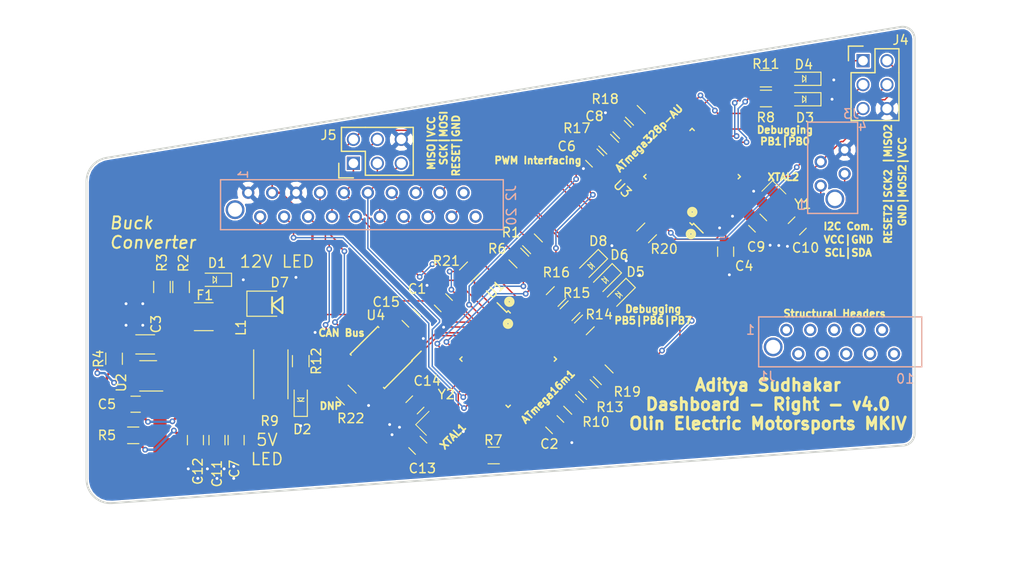
<source format=kicad_pcb>
(kicad_pcb (version 20171130) (host pcbnew 5.0.1-33cea8e~68~ubuntu18.04.1)
  (layers (0 F.Cu signal) (31 B.Cu signal) (34 B.Paste user) (35 F.Paste user) (36 B.SilkS user hide) (37 F.SilkS user) (38 B.Mask user) (39 F.Mask user hide) (44 Edge.Cuts user))
  (net 0 "")
  (net 1 GND)
  (net 2 VCC)
  (net 3 "Net-(D2-Pad2)")
  (net 4 /MISO)
  (net 5 /RXCAN)
  (net 6 /SCK)
  (net 7 /12V_Fused)
  (net 8 "Net-(C5-Pad1)")
  (net 9 "Net-(C5-Pad2)")
  (net 10 "Net-(C11-Pad1)")
  (net 11 "Net-(D1-Pad2)")
  (net 12 +12V)
  (net 13 "Net-(R3-Pad2)")
  (net 14 "Net-(R4-Pad1)")
  (net 15 "Net-(C2-Pad1)")
  (net 16 "Net-(C6-Pad1)")
  (net 17 "Net-(C8-Pad1)")
  (net 18 /XTAL1)
  (net 19 /XTAL2)
  (net 20 "Net-(C13-Pad1)")
  (net 21 "Net-(C14-Pad1)")
  (net 22 "Net-(D3-Pad2)")
  (net 23 "Net-(D4-Pad2)")
  (net 24 "Net-(D5-Pad2)")
  (net 25 "Net-(D6-Pad2)")
  (net 26 "Net-(D8-Pad2)")
  (net 27 "Net-(J1-Pad5)")
  (net 28 "Net-(J1-Pad3)")
  (net 29 "Net-(J1-Pad1)")
  (net 30 "Net-(J1-Pad7)")
  (net 31 "Net-(J1-Pad2)")
  (net 32 "Net-(J1-Pad4)")
  (net 33 "Net-(J1-Pad6)")
  (net 34 "Net-(J1-Pad8)")
  (net 35 "Net-(J1-Pad9)")
  (net 36 "Net-(J1-Pad10)")
  (net 37 /CANL)
  (net 38 /STR_POT_SENSE)
  (net 39 /CANH)
  (net 40 /MOSI)
  (net 41 /RESET)
  (net 42 /RJLED1)
  (net 43 /RJLED2)
  (net 44 /LED_START)
  (net 45 /LED_BMS)
  (net 46 /LED_IMD)
  (net 47 /START_BTN)
  (net 48 "Net-(J2-Pad19)")
  (net 49 "Net-(J2-Pad20)")
  (net 50 /SCL)
  (net 51 /SDA)
  (net 52 /MISO_2)
  (net 53 /SCK_2)
  (net 54 /MOSI_2)
  (net 55 /RESET_2)
  (net 56 "Net-(R1-Pad2)")
  (net 57 "Net-(R6-Pad2)")
  (net 58 "Net-(R8-Pad2)")
  (net 59 "Net-(R10-Pad2)")
  (net 60 "Net-(R11-Pad2)")
  (net 61 "Net-(R13-Pad2)")
  (net 62 "Net-(R14-Pad1)")
  (net 63 "Net-(R15-Pad1)")
  (net 64 "Net-(R16-Pad1)")
  (net 65 /PWM_1)
  (net 66 /PWM_0)
  (net 67 "Net-(R19-Pad1)")
  (net 68 /TXCAN)
  (net 69 "Net-(U1-Pad14)")
  (net 70 "Net-(U1-Pad15)")
  (net 71 "Net-(U1-Pad16)")
  (net 72 "Net-(U1-Pad17)")
  (net 73 "Net-(U1-Pad18)")
  (net 74 "Net-(U1-Pad20)")
  (net 75 "Net-(U1-Pad21)")
  (net 76 "Net-(U1-Pad29)")
  (net 77 "Net-(U1-Pad32)")
  (net 78 "Net-(U3-Pad32)")
  (net 79 "Net-(U3-Pad31)")
  (net 80 "Net-(U3-Pad30)")
  (net 81 "Net-(U3-Pad26)")
  (net 82 "Net-(U3-Pad25)")
  (net 83 "Net-(U3-Pad22)")
  (net 84 "Net-(U3-Pad20)")
  (net 85 "Net-(U3-Pad19)")
  (net 86 "Net-(U3-Pad14)")
  (net 87 "Net-(U3-Pad11)")
  (net 88 "Net-(U3-Pad10)")
  (net 89 "Net-(U3-Pad9)")
  (net 90 "Net-(U3-Pad2)")
  (net 91 "Net-(U3-Pad1)")
  (net 92 "Net-(U4-Pad5)")
  (module footprints:SOIC-8_3.9x4.9mm_Pitch1.27mm_OEM (layer F.Cu) (at 59.515579 58.642276 225)
    (fp_text reference U4 (at -2.766242 3.575652) (layer F.SilkS))
    (fp_text value CAN_Transceiver hide)
    (pad 8 smd rect (at 2.7 -1.905 225) (size 1.55 0.6) (layers F.Cu F.Paste F.Mask) (net 1 GND))
    (pad 7 smd rect (at 2.7 -0.635 225) (size 1.55 0.6) (layers F.Cu F.Paste F.Mask) (net 39 /CANH))
    (pad 6 smd rect (at 2.7 0.635 225) (size 1.55 0.6) (layers F.Cu F.Paste F.Mask) (net 37 /CANL))
    (pad 5 smd rect (at 2.7 1.905 225) (size 1.55 0.6) (layers F.Cu F.Paste F.Mask) (net 92 "Net-(U4-Pad5)"))
    (pad 4 smd rect (at -2.7 1.905 225) (size 1.55 0.6) (layers F.Cu F.Paste F.Mask) (net 5 /RXCAN))
    (pad 3 smd rect (at -2.7 0.635 225) (size 1.55 0.6) (layers F.Cu F.Paste F.Mask) (net 2 VCC))
    (pad 2 smd rect (at -2.7 -0.635 225) (size 1.55 0.6) (layers F.Cu F.Paste F.Mask) (net 1 GND))
    (pad 1 smd rect (at -2.7 -1.905 225) (size 1.55 0.6) (layers F.Cu F.Paste F.Mask) (net 68 /TXCAN))
  )
  (module footprints:C_0805_OEM (layer F.Cu) (at 33.451112 63.604622)
    (fp_text reference C5 (at -3.048 0 -180) (layer F.SilkS))
    (fp_text value C_0.1uF hide)
    (pad 1 smd rect (at -1 0) (size 1 1.25) (layers F.Cu F.Paste F.Mask) (net 8 "Net-(C5-Pad1)"))
    (pad 2 smd rect (at 1 0) (size 1 1.25) (layers F.Cu F.Paste F.Mask) (net 9 "Net-(C5-Pad2)"))
  )
  (module footprints:C_0805_OEM (layer F.Cu) (at 42.087111 67.414623 270)
    (fp_text reference C11 (at 3.556 0 270) (layer F.SilkS))
    (fp_text value C_1uF hide)
    (pad 1 smd rect (at -1 0 270) (size 1 1.25) (layers F.Cu F.Paste F.Mask) (net 10 "Net-(C11-Pad1)"))
    (pad 2 smd rect (at 1 0 270) (size 1 1.25) (layers F.Cu F.Paste F.Mask) (net 1 GND))
  )
  (module footprints:C_0805_OEM (layer F.Cu) (at 39.801111 67.414622 270)
    (fp_text reference C12 (at 3.302 -0.254 270) (layer F.SilkS))
    (fp_text value C_47uF hide)
    (pad 1 smd rect (at -1 0 270) (size 1 1.25) (layers F.Cu F.Paste F.Mask) (net 10 "Net-(C11-Pad1)"))
    (pad 2 smd rect (at 1 0 270) (size 1 1.25) (layers F.Cu F.Paste F.Mask) (net 1 GND))
  )
  (module footprints:LED_0805_OEM (layer F.Cu) (at 50.97711 63.096624 90)
    (fp_text reference D2 (at -3.172285 0.163847) (layer F.SilkS))
    (fp_text value LED_0805 hide)
    (pad 2 smd rect (at 1.1 0 270) (size 1.2 1.2) (layers F.Cu F.Paste F.Mask) (net 3 "Net-(D2-Pad2)"))
    (pad 1 smd rect (at -1.1 0 270) (size 1.2 1.2) (layers F.Cu F.Paste F.Mask) (net 1 GND))
  )
  (module footprints:Fuse_1210 (layer F.Cu) (at 40.68461 54.314125 180)
    (fp_text reference F1 (at -0.108387 2.279376 180) (layer F.SilkS))
    (fp_text value 500mA hide)
    (pad 1 smd rect (at -1.45 0 180) (size 0.9 2.5) (layers F.Cu F.Paste F.Mask) (net 12 +12V))
    (pad 2 smd rect (at 1.45 0 180) (size 0.9 2.5) (layers F.Cu F.Paste F.Mask) (net 7 /12V_Fused))
  )
  (module footprints:4.7uH_Inductor_OEM (layer F.Cu) (at 41.388612 60.620125)
    (fp_text reference L1 (at 3.2385 -5.1435 -270) (layer F.SilkS))
    (fp_text value L_4.7uH hide)
    (pad 1 smd rect (at -2.35 0) (size 3.3 8.2) (layers F.Cu F.Paste F.Mask) (net 9 "Net-(C5-Pad2)"))
    (pad 2 smd rect (at 2.35 0) (size 3.3 8.2) (layers F.Cu F.Paste F.Mask) (net 10 "Net-(C11-Pad1)"))
  )
  (module footprints:R_0805_OEM (layer F.Cu) (at 38.277113 51.158625 90)
    (fp_text reference R2 (at 2.54 0.254 90) (layer F.SilkS))
    (fp_text value R_1k hide)
    (pad 1 smd rect (at -0.95 0 90) (size 0.7 1.3) (layers F.Cu F.Paste F.Mask) (net 7 /12V_Fused))
    (pad 2 smd rect (at 0.95 0 90) (size 0.7 1.3) (layers F.Cu F.Paste F.Mask) (net 11 "Net-(D1-Pad2)"))
  )
  (module footprints:R_0805_OEM (layer F.Cu) (at 36.24511 51.158624 90)
    (fp_text reference R3 (at 2.573504 -0.00185 90) (layer F.SilkS))
    (fp_text value R_10k hide)
    (pad 1 smd rect (at -0.95 0 90) (size 0.7 1.3) (layers F.Cu F.Paste F.Mask) (net 7 /12V_Fused))
    (pad 2 smd rect (at 0.95 0 90) (size 0.7 1.3) (layers F.Cu F.Paste F.Mask) (net 13 "Net-(R3-Pad2)"))
  )
  (module footprints:R_0805_OEM (layer F.Cu) (at 50.977112 59.032625 270)
    (fp_text reference R12 (at 0 -1.65 270) (layer F.SilkS))
    (fp_text value R_200 hide)
    (pad 1 smd rect (at -0.95 0 270) (size 0.7 1.3) (layers F.Cu F.Paste F.Mask) (net 2 VCC))
    (pad 2 smd rect (at 0.95 0 270) (size 0.7 1.3) (layers F.Cu F.Paste F.Mask) (net 3 "Net-(D2-Pad2)"))
  )
  (module footprints:SOT-23-6_OEM (layer F.Cu) (at 34.78461 60.594725 180)
    (fp_text reference U2 (at 2.8575 -0.7239 90) (layer F.SilkS))
    (fp_text value TPS561201 hide)
    (pad 1 smd rect (at -1.1 -0.95 180) (size 1.06 0.65) (layers F.Cu F.Paste F.Mask) (net 1 GND))
    (pad 2 smd rect (at -1.1 0 180) (size 1.06 0.65) (layers F.Cu F.Paste F.Mask) (net 9 "Net-(C5-Pad2)"))
    (pad 3 smd rect (at -1.1 0.95 180) (size 1.06 0.65) (layers F.Cu F.Paste F.Mask) (net 7 /12V_Fused))
    (pad 4 smd rect (at 1.1 0.95 180) (size 1.06 0.65) (layers F.Cu F.Paste F.Mask) (net 14 "Net-(R4-Pad1)"))
    (pad 6 smd rect (at 1.1 -0.95 180) (size 1.06 0.65) (layers F.Cu F.Paste F.Mask) (net 8 "Net-(C5-Pad1)"))
    (pad 5 smd rect (at 1.1 0 180) (size 1.06 0.65) (layers F.Cu F.Paste F.Mask) (net 13 "Net-(R3-Pad2)"))
  )
  (module footprints:C_1206_OEM (layer F.Cu) (at 34.467112 57.254624 180)
    (fp_text reference C3 (at -1.149367 2.156636 90) (layer F.SilkS))
    (fp_text value C_22uF hide)
    (pad 1 smd rect (at -1.5 0 180) (size 1 1.6) (layers F.Cu F.Paste F.Mask) (net 7 /12V_Fused))
    (pad 2 smd rect (at 1.5 0 180) (size 1 1.6) (layers F.Cu F.Paste F.Mask) (net 1 GND))
  )
  (module footprints:C_0805_OEM (layer F.Cu) (at 44.119111 67.414623 270)
    (fp_text reference C7 (at 3.052 0.183 270) (layer F.SilkS))
    (fp_text value C_0.1uF hide)
    (pad 1 smd rect (at -1 0 270) (size 1 1.25) (layers F.Cu F.Paste F.Mask) (net 10 "Net-(C11-Pad1)"))
    (pad 2 smd rect (at 1 0 270) (size 1 1.25) (layers F.Cu F.Paste F.Mask) (net 1 GND))
  )
  (module footprints:LED_0805_OEM (layer F.Cu) (at 41.83311 50.396626 180)
    (fp_text reference D1 (at -0.254 1.778) (layer F.SilkS))
    (fp_text value LED_0805 hide)
    (pad 2 smd rect (at 1.1 0) (size 1.2 1.2) (layers F.Cu F.Paste F.Mask) (net 11 "Net-(D1-Pad2)"))
    (pad 1 smd rect (at -1.1 0) (size 1.2 1.2) (layers F.Cu F.Paste F.Mask) (net 1 GND))
  )
  (module footprints:DO-214AA (layer F.Cu) (at 48.437111 52.936625)
    (fp_text reference D7 (at 0.3 -2.25) (layer F.SilkS))
    (fp_text value D_Zener_18V hide)
    (pad 2 smd rect (at 2.032 0 180) (size 1.778 2.159) (layers F.Cu F.Paste F.Mask) (net 1 GND))
    (pad 1 smd rect (at -2.032 0 180) (size 1.778 2.159) (layers F.Cu F.Paste F.Mask) (net 12 +12V))
  )
  (module footprints:R_2512_OEM (layer F.Cu) (at 47.80211 60.429625 270)
    (fp_text reference R9 (at 4.953 0.127) (layer F.SilkS))
    (fp_text value R_0_Jumper hide)
    (pad 1 smd rect (at -3.1 0 270) (size 1 3.2) (layers F.Cu F.Paste F.Mask) (net 2 VCC))
    (pad 2 smd rect (at 3.1 0 270) (size 1 3.2) (layers F.Cu F.Paste F.Mask) (net 10 "Net-(C11-Pad1)"))
  )
  (module footprints:R_0805_OEM (layer F.Cu) (at 31.165112 58.778626 90)
    (fp_text reference R4 (at 0 -1.65 90) (layer F.SilkS))
    (fp_text value R_10k hide)
    (pad 1 smd rect (at -0.95 0 90) (size 0.7 1.3) (layers F.Cu F.Paste F.Mask) (net 14 "Net-(R4-Pad1)"))
    (pad 2 smd rect (at 0.95 0 90) (size 0.7 1.3) (layers F.Cu F.Paste F.Mask) (net 1 GND))
  )
  (module footprints:R_0805_OEM (layer F.Cu) (at 33.19711 66.906625)
    (fp_text reference R5 (at -2.794 0) (layer F.SilkS))
    (fp_text value R_51.1k hide)
    (pad 1 smd rect (at -0.95 0) (size 0.7 1.3) (layers F.Cu F.Paste F.Mask) (net 14 "Net-(R4-Pad1)"))
    (pad 2 smd rect (at 0.95 0) (size 0.7 1.3) (layers F.Cu F.Paste F.Mask) (net 10 "Net-(C11-Pad1)"))
  )
  (module footprints:C_0805_OEM (layer F.Cu) (at 66.116651 52.831125 135)
    (fp_text reference C1 (at 3.013474 -0.9277 -180) (layer F.SilkS))
    (fp_text value C_0.1uF hide)
    (pad 1 smd rect (at -1 0 135) (size 1 1.25) (layers F.Cu F.Paste F.Mask) (net 2 VCC))
    (pad 2 smd rect (at 1 0 135) (size 1 1.25) (layers F.Cu F.Paste F.Mask) (net 1 GND))
  )
  (module footprints:C_0805_OEM (layer F.Cu) (at 77.937811 65.774964 315)
    (fp_text reference C2 (at 1.048894 1.853525) (layer F.SilkS))
    (fp_text value C_100pF hide)
    (pad 2 smd rect (at 1 0 315) (size 1 1.25) (layers F.Cu F.Paste F.Mask) (net 1 GND))
    (pad 1 smd rect (at -1 0 315) (size 1 1.25) (layers F.Cu F.Paste F.Mask) (net 15 "Net-(C2-Pad1)"))
  )
  (module footprints:C_0805_OEM (layer F.Cu) (at 96.076131 47.416637 270)
    (fp_text reference C4 (at 1.522442 -1.965484) (layer F.SilkS))
    (fp_text value C_0.1uF hide)
    (pad 2 smd rect (at 1 0 270) (size 1 1.25) (layers F.Cu F.Paste F.Mask) (net 1 GND))
    (pad 1 smd rect (at -1 0 270) (size 1 1.25) (layers F.Cu F.Paste F.Mask) (net 2 VCC))
  )
  (module footprints:C_0805_OEM (layer F.Cu) (at 82.177252 37.474316 135)
    (fp_text reference C6 (at 2.981445 -1.221315 180) (layer F.SilkS))
    (fp_text value C_0.1uF hide)
    (pad 1 smd rect (at -1 0 135) (size 1 1.25) (layers F.Cu F.Paste F.Mask) (net 16 "Net-(C6-Pad1)"))
    (pad 2 smd rect (at 1 0 135) (size 1 1.25) (layers F.Cu F.Paste F.Mask) (net 1 GND))
  )
  (module footprints:C_0805_OEM (layer F.Cu) (at 85.070615 34.451136 135)
    (fp_text reference C8 (at 3.062072 -1.058499 180) (layer F.SilkS))
    (fp_text value C_0.1uF hide)
    (pad 2 smd rect (at 1 0 135) (size 1 1.25) (layers F.Cu F.Paste F.Mask) (net 1 GND))
    (pad 1 smd rect (at -1 0 135) (size 1 1.25) (layers F.Cu F.Paste F.Mask) (net 17 "Net-(C8-Pad1)"))
  )
  (module footprints:C_0805_OEM (layer F.Cu) (at 99.474556 44.377005 315)
    (fp_text reference C9 (at 1.667682 1.905519 180) (layer F.SilkS))
    (fp_text value C_30pF hide)
    (pad 2 smd rect (at 1 0 315) (size 1 1.25) (layers F.Cu F.Paste F.Mask) (net 1 GND))
    (pad 1 smd rect (at -1 0 315) (size 1 1.25) (layers F.Cu F.Paste F.Mask) (net 18 /XTAL1))
  )
  (module footprints:C_0805_OEM (layer F.Cu) (at 103.67552 44.676946 225)
    (fp_text reference C10 (at 1.019771 -2.269342 180) (layer F.SilkS))
    (fp_text value C_30pF hide)
    (pad 1 smd rect (at -1 0 225) (size 1 1.25) (layers F.Cu F.Paste F.Mask) (net 19 /XTAL2))
    (pad 2 smd rect (at 1 0 225) (size 1 1.25) (layers F.Cu F.Paste F.Mask) (net 1 GND))
  )
  (module footprints:C_0805_OEM (layer F.Cu) (at 63.40094 67.96786 135)
    (fp_text reference C13 (at -2.072643 -1.390144 180) (layer F.SilkS))
    (fp_text value C_30pF hide)
    (pad 2 smd rect (at 1 0 135) (size 1 1.25) (layers F.Cu F.Paste F.Mask) (net 1 GND))
    (pad 1 smd rect (at -1 0 135) (size 1 1.25) (layers F.Cu F.Paste F.Mask) (net 20 "Net-(C13-Pad1)"))
  )
  (module footprints:C_0805_OEM (layer F.Cu) (at 63.096458 63.674503 225)
    (fp_text reference C14 (at -2.72385 0.881551 180) (layer F.SilkS))
    (fp_text value C_30pF hide)
    (pad 1 smd rect (at -1 0 225) (size 1 1.25) (layers F.Cu F.Paste F.Mask) (net 21 "Net-(C14-Pad1)"))
    (pad 2 smd rect (at 1 0 225) (size 1 1.25) (layers F.Cu F.Paste F.Mask) (net 1 GND))
  )
  (module footprints:C_0805_OEM (layer F.Cu) (at 62.687406 54.464661 315)
    (fp_text reference C15 (at -3.07459 0.657896) (layer F.SilkS))
    (fp_text value C_0.1uF hide)
    (pad 2 smd rect (at 1 0 315) (size 1 1.25) (layers F.Cu F.Paste F.Mask) (net 1 GND))
    (pad 1 smd rect (at -1 0 315) (size 1 1.25) (layers F.Cu F.Paste F.Mask) (net 2 VCC))
  )
  (module formula:LED_0805_OEM (layer F.Cu) (at 104.392293 31.233718 180)
    (fp_text reference D3 (at -0.104171 -1.96488 180) (layer F.SilkS))
    (fp_text value LED hide)
    (pad 1 smd rect (at -1.099999 0) (size 1.2 1.2) (layers F.Cu F.Paste F.Mask) (net 1 GND))
    (pad 2 smd rect (at 1.099999 0) (size 1.2 1.2) (layers F.Cu F.Paste F.Mask) (net 22 "Net-(D3-Pad2)"))
  )
  (module formula:LED_0805_OEM (layer F.Cu) (at 104.392292 29.064088 180)
    (fp_text reference D4 (at 0.018612 1.510168 180) (layer F.SilkS))
    (fp_text value LED hide)
    (pad 2 smd rect (at 1.099999 0) (size 1.2 1.2) (layers F.Cu F.Paste F.Mask) (net 23 "Net-(D4-Pad2)"))
    (pad 1 smd rect (at -1.099999 0) (size 1.2 1.2) (layers F.Cu F.Paste F.Mask) (net 1 GND))
  )
  (module formula:LED_0805_OEM (layer F.Cu) (at 84.724702 52.006238 225)
    (fp_text reference D5 (at -2.993505 0.458134) (layer F.SilkS))
    (fp_text value LED hide)
    (pad 1 smd rect (at -1.099999 0 45) (size 1.2 1.2) (layers F.Cu F.Paste F.Mask) (net 1 GND))
    (pad 2 smd rect (at 1.099999 0 45) (size 1.2 1.2) (layers F.Cu F.Paste F.Mask) (net 24 "Net-(D5-Pad2)"))
  )
  (module formula:LED_0805_OEM (layer F.Cu) (at 83.256584 50.446678 225)
    (fp_text reference D6 (at -2.99983 0.812258) (layer F.SilkS))
    (fp_text value LED hide)
    (pad 2 smd rect (at 1.099999 0 45) (size 1.2 1.2) (layers F.Cu F.Paste F.Mask) (net 25 "Net-(D6-Pad2)"))
    (pad 1 smd rect (at -1.099999 0 45) (size 1.2 1.2) (layers F.Cu F.Paste F.Mask) (net 1 GND))
  )
  (module formula:LED_0805_OEM (layer F.Cu) (at 81.778301 48.942998 225)
    (fp_text reference D8 (at -2.421503 1.329518) (layer F.SilkS))
    (fp_text value LED hide)
    (pad 1 smd rect (at -1.099999 0 45) (size 1.2 1.2) (layers F.Cu F.Paste F.Mask) (net 1 GND))
    (pad 2 smd rect (at 1.099999 0 45) (size 1.2 1.2) (layers F.Cu F.Paste F.Mask) (net 26 "Net-(D8-Pad2)"))
  )
  (module footprints:micromatch_female_vert_10 (layer B.Cu) (at 107.60202 55.71744 270)
    (fp_text reference J1 (at 4.93776 7.08914 180) (layer B.SilkS) (effects (justify mirror)))
    (fp_text value MM_F_VT_10 hide)
    (fp_text user 10 (at 5.18668 -7.52348 180) (layer B.SilkS) (effects (justify mirror)))
    (fp_text user 1 (at 0 8.89 180) (layer B.SilkS) (effects (justify mirror)))
    (pad 5 thru_hole circle (at 0 0 270) (size 1.3 1.3) (drill 0.8) (layers *.Cu *.Mask) (net 27 "Net-(J1-Pad5)"))
    (pad 3 thru_hole circle (at 0 2.54 270) (size 1.3 1.3) (drill 0.8) (layers *.Cu *.Mask) (net 28 "Net-(J1-Pad3)"))
    (pad 1 thru_hole circle (at 0 5.08 270) (size 1.3 1.3) (drill 0.8) (layers *.Cu *.Mask) (net 29 "Net-(J1-Pad1)"))
    (pad 7 thru_hole circle (at 0 -2.54 270) (size 1.3 1.3) (drill 0.8) (layers *.Cu *.Mask) (net 30 "Net-(J1-Pad7)"))
    (pad 2 thru_hole circle (at 2.54 3.81 270) (size 1.3 1.3) (drill 0.8) (layers *.Cu *.Mask) (net 31 "Net-(J1-Pad2)"))
    (pad 4 thru_hole circle (at 2.54 1.27 270) (size 1.3 1.3) (drill 0.8) (layers *.Cu *.Mask) (net 32 "Net-(J1-Pad4)"))
    (pad 6 thru_hole circle (at 2.54 -1.27 270) (size 1.3 1.3) (drill 0.8) (layers *.Cu *.Mask) (net 33 "Net-(J1-Pad6)"))
    (pad 8 thru_hole circle (at 2.54 -3.81 270) (size 1.3 1.3) (drill 0.8) (layers *.Cu *.Mask) (net 34 "Net-(J1-Pad8)"))
    (pad 9 thru_hole circle (at 0 -5.08 270) (size 1.3 1.3) (drill 0.8) (layers *.Cu *.Mask) (net 35 "Net-(J1-Pad9)"))
    (pad 10 thru_hole circle (at 2.54 -6.35 270) (size 1.3 1.3) (drill 0.8) (layers *.Cu *.Mask) (net 36 "Net-(J1-Pad10)"))
    (pad 11 thru_hole circle (at 1.8 6.48 270) (size 2 2) (drill 1.5) (layers *.Cu *.Mask))
  )
  (module footprints:micromatch_female_vert_20 (layer B.Cu) (at 50.48504 41.15816 270)
    (fp_text reference J2 (at 0.0381 -22.82444 270) (layer B.SilkS) (effects (justify mirror)))
    (fp_text value MM_F_VT_20 hide)
    (fp_text user 20 (at 2.54 -22.86 270) (layer B.SilkS) (effects (justify mirror)))
    (fp_text user 1 (at -1.92786 5.61848 270) (layer B.SilkS) (effects (justify mirror)))
    (pad 5 thru_hole circle (at 0 0 270) (size 1.3 1.3) (drill 0.8) (layers *.Cu *.Mask) (net 1 GND))
    (pad 3 thru_hole circle (at 0 2.54 270) (size 1.3 1.3) (drill 0.8) (layers *.Cu *.Mask) (net 2 VCC))
    (pad 1 thru_hole circle (at 0 5.08 270) (size 1.3 1.3) (drill 0.8) (layers *.Cu *.Mask) (net 1 GND))
    (pad 7 thru_hole circle (at 0 -2.54 270) (size 1.3 1.3) (drill 0.8) (layers *.Cu *.Mask) (net 37 /CANL))
    (pad 2 thru_hole circle (at 2.54 3.81 270) (size 1.3 1.3) (drill 0.8) (layers *.Cu *.Mask) (net 12 +12V))
    (pad 4 thru_hole circle (at 2.54 1.27 270) (size 1.3 1.3) (drill 0.8) (layers *.Cu *.Mask) (net 38 /STR_POT_SENSE))
    (pad 6 thru_hole circle (at 2.54 -1.27 270) (size 1.3 1.3) (drill 0.8) (layers *.Cu *.Mask) (net 39 /CANH))
    (pad 8 thru_hole circle (at 2.54 -3.81 270) (size 1.3 1.3) (drill 0.8) (layers *.Cu *.Mask) (net 2 VCC))
    (pad 9 thru_hole circle (at 0 -5.08 270) (size 1.3 1.3) (drill 0.8) (layers *.Cu *.Mask) (net 40 /MOSI))
    (pad 10 thru_hole circle (at 2.54 -6.35 270) (size 1.3 1.3) (drill 0.8) (layers *.Cu *.Mask) (net 4 /MISO))
    (pad 11 thru_hole circle (at 0 -7.62 270) (size 1.3 1.3) (drill 0.8) (layers *.Cu *.Mask) (net 6 /SCK))
    (pad 12 thru_hole circle (at 2.54 -8.89 270) (size 1.3 1.3) (drill 0.8) (layers *.Cu *.Mask) (net 41 /RESET))
    (pad 13 thru_hole circle (at 0 -10.16 270) (size 1.3 1.3) (drill 0.8) (layers *.Cu *.Mask) (net 42 /RJLED1))
    (pad 14 thru_hole circle (at 2.54 -11.43 270) (size 1.3 1.3) (drill 0.8) (layers *.Cu *.Mask) (net 43 /RJLED2))
    (pad 15 thru_hole circle (at 0 -12.7 270) (size 1.3 1.3) (drill 0.8) (layers *.Cu *.Mask) (net 44 /LED_START))
    (pad 16 thru_hole circle (at 2.54 -13.97 270) (size 1.3 1.3) (drill 0.8) (layers *.Cu *.Mask) (net 45 /LED_BMS))
    (pad 17 thru_hole circle (at 0 -15.24 270) (size 1.3 1.3) (drill 0.8) (layers *.Cu *.Mask) (net 46 /LED_IMD))
    (pad 18 thru_hole circle (at 2.54 -16.51 270) (size 1.3 1.3) (drill 0.8) (layers *.Cu *.Mask) (net 47 /START_BTN))
    (pad 19 thru_hole circle (at 0 -17.78 270) (size 1.3 1.3) (drill 0.8) (layers *.Cu *.Mask) (net 48 "Net-(J2-Pad19)"))
    (pad 20 thru_hole circle (at 2.54 -19.05 270) (size 1.3 1.3) (drill 0.8) (layers *.Cu *.Mask) (net 49 "Net-(J2-Pad20)"))
    (pad 21 thru_hole circle (at 1.8 6.48 270) (size 2 2) (drill 1.5) (layers *.Cu *.Mask))
  )
  (module footprints:micromatch_female_vert_4 (layer B.Cu) (at 106.16692 35.33394)
    (fp_text reference J3 (at 3.23596 -2.54508 -180) (layer B.SilkS) (effects (justify mirror)))
    (fp_text value MM_F_VT_04 hide)
    (fp_text user 4 (at 4.4323 -1.24714) (layer B.SilkS) (effects (justify mirror)))
    (fp_text user 1 (at -2.02184 7.11962) (layer B.SilkS) (effects (justify mirror)))
    (pad 3 thru_hole circle (at 0 2.54) (size 1.3 1.3) (drill 0.8) (layers *.Cu *.Mask) (net 2 VCC))
    (pad 1 thru_hole circle (at 0 5.08) (size 1.3 1.3) (drill 0.8) (layers *.Cu *.Mask) (net 50 /SCL))
    (pad 2 thru_hole circle (at 2.54 3.81) (size 1.3 1.3) (drill 0.8) (layers *.Cu *.Mask) (net 51 /SDA))
    (pad 4 thru_hole circle (at 2.54 1.27) (size 1.3 1.3) (drill 0.8) (layers *.Cu *.Mask) (net 1 GND))
    (pad 5 thru_hole circle (at 1.5 6.48) (size 2 2) (drill 1.5) (layers *.Cu *.Mask))
  )
  (module footprints:Pin_Header_Straight_2x03 (layer F.Cu) (at 110.66018 27.14498)
    (fp_text reference J4 (at 3.98018 -2.19456) (layer F.SilkS))
    (fp_text value CONN_02X03 hide)
    (pad 6 thru_hole circle (at 2.54 5.08) (size 1.4 1.4) (drill 1.016) (layers *.Cu *.Mask) (net 1 GND))
    (pad 5 thru_hole circle (at 0 5.08) (size 1.4 1.4) (drill 1.016) (layers *.Cu *.Mask) (net 55 /RESET_2))
    (pad 4 thru_hole circle (at 2.54 2.54) (size 1.4 1.4) (drill 1.016) (layers *.Cu *.Mask) (net 54 /MOSI_2))
    (pad 3 thru_hole circle (at 0 2.54) (size 1.4 1.4) (drill 1.016) (layers *.Cu *.Mask) (net 53 /SCK_2))
    (pad 2 thru_hole circle (at 2.54 0) (size 1.4 1.4) (drill 1.016) (layers *.Cu *.Mask) (net 2 VCC))
    (pad 1 thru_hole rect (at 0 0) (size 1.4 1.4) (drill 1.016) (layers *.Cu *.Mask) (net 52 /MISO_2))
  )
  (module footprints:Pin_Header_Straight_2x03 (layer F.Cu) (at 56.56834 38.03142 90)
    (fp_text reference J5 (at 2.98196 -2.63906 180) (layer F.SilkS))
    (fp_text value CONN_02X03 hide)
    (pad 1 thru_hole rect (at 0 0 90) (size 1.4 1.4) (drill 1.016) (layers *.Cu *.Mask) (net 4 /MISO))
    (pad 2 thru_hole circle (at 2.54 0 90) (size 1.4 1.4) (drill 1.016) (layers *.Cu *.Mask) (net 2 VCC))
    (pad 3 thru_hole circle (at 0 2.54 90) (size 1.4 1.4) (drill 1.016) (layers *.Cu *.Mask) (net 6 /SCK))
    (pad 4 thru_hole circle (at 2.54 2.54 90) (size 1.4 1.4) (drill 1.016) (layers *.Cu *.Mask) (net 40 /MOSI))
    (pad 5 thru_hole circle (at 0 5.08 90) (size 1.4 1.4) (drill 1.016) (layers *.Cu *.Mask) (net 41 /RESET))
    (pad 6 thru_hole circle (at 2.54 5.08 90) (size 1.4 1.4) (drill 1.016) (layers *.Cu *.Mask) (net 1 GND))
  )
  (module footprints:R_0805_OEM (layer F.Cu) (at 75.574999 46.579702 315)
    (fp_text reference R1 (at -2.465348 0.770309 180) (layer F.SilkS))
    (fp_text value R_200 hide)
    (pad 1 smd rect (at -0.949999 0 315) (size 0.7 1.3) (layers F.Cu F.Paste F.Mask) (net 42 /RJLED1))
    (pad 2 smd rect (at 0.949999 0 315) (size 0.7 1.3) (layers F.Cu F.Paste F.Mask) (net 56 "Net-(R1-Pad2)"))
  )
  (module footprints:R_0805_OEM (layer F.Cu) (at 74.127199 48.088462 315)
    (fp_text reference R6 (at -2.328848 0.928362 180) (layer F.SilkS))
    (fp_text value R_200 hide)
    (pad 2 smd rect (at 0.949999 0 315) (size 0.7 1.3) (layers F.Cu F.Paste F.Mask) (net 57 "Net-(R6-Pad2)"))
    (pad 1 smd rect (at -0.949999 0 315) (size 0.7 1.3) (layers F.Cu F.Paste F.Mask) (net 43 /RJLED2))
  )
  (module footprints:R_0805_OEM (layer F.Cu) (at 71.458271 69.046484)
    (fp_text reference R7 (at -0.04318 -1.63322) (layer F.SilkS))
    (fp_text value R_100 hide)
    (pad 1 smd rect (at -0.95 0) (size 0.7 1.3) (layers F.Cu F.Paste F.Mask) (net 2 VCC))
    (pad 2 smd rect (at 0.95 0) (size 0.7 1.3) (layers F.Cu F.Paste F.Mask) (net 15 "Net-(C2-Pad1)"))
  )
  (module footprints:R_0805_OEM (layer F.Cu) (at 100.356566 31.156488 180)
    (fp_text reference R8 (at 0.019757 -2.016966 180) (layer F.SilkS))
    (fp_text value R_200 hide)
    (pad 2 smd rect (at 0.949999 0 180) (size 0.7 1.3) (layers F.Cu F.Paste F.Mask) (net 58 "Net-(R8-Pad2)"))
    (pad 1 smd rect (at -0.949999 0 180) (size 0.7 1.3) (layers F.Cu F.Paste F.Mask) (net 22 "Net-(D3-Pad2)"))
  )
  (module footprints:R_0805_OEM (layer F.Cu) (at 79.93933 63.621045 135)
    (fp_text reference R10 (at -3.001202 0.361006 -180) (layer F.SilkS))
    (fp_text value R_200 hide)
    (pad 2 smd rect (at 0.949999 0 135) (size 0.7 1.3) (layers F.Cu F.Paste F.Mask) (net 59 "Net-(R10-Pad2)"))
    (pad 1 smd rect (at -0.949999 0 135) (size 0.7 1.3) (layers F.Cu F.Paste F.Mask) (net 46 /LED_IMD))
  )
  (module footprints:R_0805_OEM (layer F.Cu) (at 100.345789 29.047923 180)
    (fp_text reference R11 (at -0.001991 1.552423 180) (layer F.SilkS))
    (fp_text value R_200 hide)
    (pad 1 smd rect (at -0.949999 0 180) (size 0.7 1.3) (layers F.Cu F.Paste F.Mask) (net 23 "Net-(D4-Pad2)"))
    (pad 2 smd rect (at 0.949999 0 180) (size 0.7 1.3) (layers F.Cu F.Paste F.Mask) (net 60 "Net-(R11-Pad2)"))
  )
  (module footprints:R_0805_OEM (layer F.Cu) (at 81.503971 62.051325 135)
    (fp_text reference R13 (at -2.941932 0.301737 -180) (layer F.SilkS))
    (fp_text value R_200 hide)
    (pad 2 smd rect (at 0.949999 0 135) (size 0.7 1.3) (layers F.Cu F.Paste F.Mask) (net 61 "Net-(R13-Pad2)"))
    (pad 1 smd rect (at -0.949999 0 135) (size 0.7 1.3) (layers F.Cu F.Paste F.Mask) (net 44 /LED_START))
  )
  (module footprints:R_0805_OEM (layer F.Cu) (at 81.084881 55.183777 45)
    (fp_text reference R14 (at 1.887138 0.332129) (layer F.SilkS))
    (fp_text value R_200 hide)
    (pad 2 smd rect (at 0.949999 0 45) (size 0.7 1.3) (layers F.Cu F.Paste F.Mask) (net 24 "Net-(D5-Pad2)"))
    (pad 1 smd rect (at -0.949999 0 45) (size 0.7 1.3) (layers F.Cu F.Paste F.Mask) (net 62 "Net-(R14-Pad1)"))
  )
  (module footprints:R_0805_OEM (layer F.Cu) (at 79.562207 53.678412 45)
    (fp_text reference R15 (at 1.822147 -0.836846 180) (layer F.SilkS))
    (fp_text value R_200 hide)
    (pad 1 smd rect (at -0.949999 0 45) (size 0.7 1.3) (layers F.Cu F.Paste F.Mask) (net 63 "Net-(R15-Pad1)"))
    (pad 2 smd rect (at 0.949999 0 45) (size 0.7 1.3) (layers F.Cu F.Paste F.Mask) (net 25 "Net-(D6-Pad2)"))
  )
  (module footprints:R_0805_OEM (layer F.Cu) (at 78.087682 52.171339 45)
    (fp_text reference R16 (at 1.817093 -1.789009) (layer F.SilkS))
    (fp_text value R_200 hide)
    (pad 1 smd rect (at -0.949999 0 45) (size 0.7 1.3) (layers F.Cu F.Paste F.Mask) (net 64 "Net-(R16-Pad1)"))
    (pad 2 smd rect (at 0.949999 0 45) (size 0.7 1.3) (layers F.Cu F.Paste F.Mask) (net 26 "Net-(D8-Pad2)"))
  )
  (module footprints:R_0805_OEM (layer F.Cu) (at 83.660611 36.006197 315)
    (fp_text reference R17 (at -3.58851 1.188986) (layer F.SilkS))
    (fp_text value R_100K hide)
    (pad 1 smd rect (at -0.949999 0 315) (size 0.7 1.3) (layers F.Cu F.Paste F.Mask) (net 65 /PWM_1))
    (pad 2 smd rect (at 0.949999 0 315) (size 0.7 1.3) (layers F.Cu F.Paste F.Mask) (net 16 "Net-(C6-Pad1)"))
  )
  (module footprints:R_0805_OEM (layer F.Cu) (at 86.495252 32.942957 315)
    (fp_text reference R18 (at -3.49504 1.046481) (layer F.SilkS))
    (fp_text value R_100K hide)
    (pad 2 smd rect (at 0.949999 0 315) (size 0.7 1.3) (layers F.Cu F.Paste F.Mask) (net 17 "Net-(C8-Pad1)"))
    (pad 1 smd rect (at -0.949999 0 315) (size 0.7 1.3) (layers F.Cu F.Paste F.Mask) (net 66 /PWM_0))
  )
  (module footprints:R_0805_OEM (layer F.Cu) (at 83.083851 60.481605 315)
    (fp_text reference R19 (at 3.080228 -0.526243) (layer F.SilkS))
    (fp_text value R_200 hide)
    (pad 2 smd rect (at 0.949999 0 315) (size 0.7 1.3) (layers F.Cu F.Paste F.Mask) (net 45 /LED_BMS))
    (pad 1 smd rect (at -0.949999 0 315) (size 0.7 1.3) (layers F.Cu F.Paste F.Mask) (net 67 "Net-(R19-Pad1)"))
  )
  (module footprints:R_0805_OEM (layer F.Cu) (at 87.69096 45.42028 225)
    (fp_text reference R20 (at -0.106251 -2.518565) (layer F.SilkS))
    (fp_text value R_10K hide)
    (pad 2 smd rect (at 0.949999 0 225) (size 0.7 1.3) (layers F.Cu F.Paste F.Mask) (net 2 VCC))
    (pad 1 smd rect (at -0.949999 0 225) (size 0.7 1.3) (layers F.Cu F.Paste F.Mask) (net 55 /RESET_2))
  )
  (module footprints:R_0805_OEM (layer F.Cu) (at 68.875091 49.549445 225)
    (fp_text reference R21 (at 0.915986 2.539616) (layer F.SilkS))
    (fp_text value R_10k hide)
    (pad 2 smd rect (at 0.949999 0 225) (size 0.7 1.3) (layers F.Cu F.Paste F.Mask) (net 2 VCC))
    (pad 1 smd rect (at -0.949999 0 225) (size 0.7 1.3) (layers F.Cu F.Paste F.Mask) (net 41 /RESET))
  )
  (module footprints:R_0805_OEM (layer F.Cu) (at 55.804937 62.62951 135)
    (fp_text reference R22 (at -2.094672 -1.410188) (layer F.SilkS))
    (fp_text value R_120 hide)
    (pad 1 smd rect (at -0.95 0 135) (size 0.7 1.3) (layers F.Cu F.Paste F.Mask) (net 39 /CANH))
    (pad 2 smd rect (at 0.95 0 135) (size 0.7 1.3) (layers F.Cu F.Paste F.Mask) (net 37 /CANL))
  )
  (module footprints:TQFP-32_7x7mm_Pitch0.8mm (layer F.Cu) (at 72.992441 58.813437 315)
    (fp_text reference U1 (at -6.187837 -4.244495 225) (layer F.SilkS))
    (fp_text value ATMEGA16M1 hide)
    (pad 32 smd rect (at -2.8 -4.25 45) (size 1.6 0.55) (layers F.Cu F.Paste F.Mask) (net 77 "Net-(U1-Pad32)"))
    (pad 31 smd rect (at -2 -4.25 45) (size 1.6 0.55) (layers F.Cu F.Paste F.Mask) (net 41 /RESET))
    (pad 30 smd rect (at -1.2 -4.25 45) (size 1.6 0.55) (layers F.Cu F.Paste F.Mask) (net 66 /PWM_0))
    (pad 29 smd rect (at -0.4 -4.25 45) (size 1.6 0.55) (layers F.Cu F.Paste F.Mask) (net 76 "Net-(U1-Pad29)"))
    (pad 28 smd rect (at 0.4 -4.25 45) (size 1.6 0.55) (layers F.Cu F.Paste F.Mask) (net 64 "Net-(R16-Pad1)"))
    (pad 27 smd rect (at 1.2 -4.25 45) (size 1.6 0.55) (layers F.Cu F.Paste F.Mask) (net 63 "Net-(R15-Pad1)"))
    (pad 26 smd rect (at 2 -4.25 45) (size 1.6 0.55) (layers F.Cu F.Paste F.Mask) (net 62 "Net-(R14-Pad1)"))
    (pad 25 smd rect (at 2.8 -4.25 45) (size 1.6 0.55) (layers F.Cu F.Paste F.Mask) (net 67 "Net-(R19-Pad1)"))
    (pad 24 smd rect (at 4.25 -2.8 315) (size 1.6 0.55) (layers F.Cu F.Paste F.Mask) (net 61 "Net-(R13-Pad2)"))
    (pad 23 smd rect (at 4.25 -2 315) (size 1.6 0.55) (layers F.Cu F.Paste F.Mask) (net 59 "Net-(R10-Pad2)"))
    (pad 22 smd rect (at 4.25 -1.2 315) (size 1.6 0.55) (layers F.Cu F.Paste F.Mask) (net 47 /START_BTN))
    (pad 21 smd rect (at 4.25 -0.4 315) (size 1.6 0.55) (layers F.Cu F.Paste F.Mask) (net 75 "Net-(U1-Pad21)"))
    (pad 20 smd rect (at 4.25 0.4 315) (size 1.6 0.55) (layers F.Cu F.Paste F.Mask) (net 74 "Net-(U1-Pad20)"))
    (pad 19 smd rect (at 4.25 1.2 315) (size 1.6 0.55) (layers F.Cu F.Paste F.Mask) (net 15 "Net-(C2-Pad1)"))
    (pad 18 smd rect (at 4.25 2 315) (size 1.6 0.55) (layers F.Cu F.Paste F.Mask) (net 73 "Net-(U1-Pad18)"))
    (pad 17 smd rect (at 4.25 2.8 315) (size 1.6 0.55) (layers F.Cu F.Paste F.Mask) (net 72 "Net-(U1-Pad17)"))
    (pad 16 smd rect (at 2.8 4.25 45) (size 1.6 0.55) (layers F.Cu F.Paste F.Mask) (net 71 "Net-(U1-Pad16)"))
    (pad 15 smd rect (at 2 4.25 45) (size 1.6 0.55) (layers F.Cu F.Paste F.Mask) (net 70 "Net-(U1-Pad15)"))
    (pad 14 smd rect (at 1.2 4.25 45) (size 1.6 0.55) (layers F.Cu F.Paste F.Mask) (net 69 "Net-(U1-Pad14)"))
    (pad 13 smd rect (at 0.4 4.25 45) (size 1.6 0.55) (layers F.Cu F.Paste F.Mask) (net 38 /STR_POT_SENSE))
    (pad 12 smd rect (at -0.4 4.25 45) (size 1.6 0.55) (layers F.Cu F.Paste F.Mask) (net 6 /SCK))
    (pad 11 smd rect (at -1.2 4.25 45) (size 1.6 0.55) (layers F.Cu F.Paste F.Mask) (net 20 "Net-(C13-Pad1)"))
    (pad 10 smd rect (at -2 4.25 45) (size 1.6 0.55) (layers F.Cu F.Paste F.Mask) (net 21 "Net-(C14-Pad1)"))
    (pad 9 smd rect (at -2.8 4.25 45) (size 1.6 0.55) (layers F.Cu F.Paste F.Mask) (net 57 "Net-(R6-Pad2)"))
    (pad 8 smd rect (at -4.25 2.8 315) (size 1.6 0.55) (layers F.Cu F.Paste F.Mask) (net 56 "Net-(R1-Pad2)"))
    (pad 7 smd rect (at -4.25 2 315) (size 1.6 0.55) (layers F.Cu F.Paste F.Mask) (net 5 /RXCAN))
    (pad 6 smd rect (at -4.25 1.2 315) (size 1.6 0.55) (layers F.Cu F.Paste F.Mask) (net 68 /TXCAN))
    (pad 5 smd rect (at -4.25 0.4 315) (size 1.6 0.55) (layers F.Cu F.Paste F.Mask) (net 1 GND))
    (pad 4 smd rect (at -4.25 -0.4 315) (size 1.6 0.55) (layers F.Cu F.Paste F.Mask) (net 2 VCC))
    (pad 3 smd rect (at -4.25 -1.2 315) (size 1.6 0.55) (layers F.Cu F.Paste F.Mask) (net 65 /PWM_1))
    (pad 2 smd rect (at -4.25 -2 315) (size 1.6 0.55) (layers F.Cu F.Paste F.Mask) (net 40 /MOSI))
    (pad 1 smd rect (at -4.25 -2.8 315) (size 1.6 0.55) (layers F.Cu F.Paste F.Mask) (net 4 /MISO))
  )
  (module footprints:TQFP-32_7x7mm_Pitch0.8mm (layer F.Cu) (at 92.515051 39.450437 135)
    (fp_text reference U3 (at 4.328334 -6.129169 135) (layer F.SilkS))
    (fp_text value ATmega328P-AU hide)
    (pad 32 smd rect (at -2.8 -4.25 225) (size 1.6 0.55) (layers F.Cu F.Paste F.Mask) (net 78 "Net-(U3-Pad32)"))
    (pad 31 smd rect (at -2 -4.25 225) (size 1.6 0.55) (layers F.Cu F.Paste F.Mask) (net 79 "Net-(U3-Pad31)"))
    (pad 30 smd rect (at -1.2 -4.25 225) (size 1.6 0.55) (layers F.Cu F.Paste F.Mask) (net 80 "Net-(U3-Pad30)"))
    (pad 29 smd rect (at -0.4 -4.25 225) (size 1.6 0.55) (layers F.Cu F.Paste F.Mask) (net 55 /RESET_2))
    (pad 28 smd rect (at 0.4 -4.25 225) (size 1.6 0.55) (layers F.Cu F.Paste F.Mask) (net 50 /SCL))
    (pad 27 smd rect (at 1.2 -4.25 225) (size 1.6 0.55) (layers F.Cu F.Paste F.Mask) (net 51 /SDA))
    (pad 26 smd rect (at 2 -4.25 225) (size 1.6 0.55) (layers F.Cu F.Paste F.Mask) (net 81 "Net-(U3-Pad26)"))
    (pad 25 smd rect (at 2.8 -4.25 225) (size 1.6 0.55) (layers F.Cu F.Paste F.Mask) (net 82 "Net-(U3-Pad25)"))
    (pad 24 smd rect (at 4.25 -2.8 135) (size 1.6 0.55) (layers F.Cu F.Paste F.Mask) (net 16 "Net-(C6-Pad1)"))
    (pad 23 smd rect (at 4.25 -2 135) (size 1.6 0.55) (layers F.Cu F.Paste F.Mask) (net 17 "Net-(C8-Pad1)"))
    (pad 22 smd rect (at 4.25 -1.2 135) (size 1.6 0.55) (layers F.Cu F.Paste F.Mask) (net 83 "Net-(U3-Pad22)"))
    (pad 21 smd rect (at 4.25 -0.4 135) (size 1.6 0.55) (layers F.Cu F.Paste F.Mask) (net 1 GND))
    (pad 20 smd rect (at 4.25 0.4 135) (size 1.6 0.55) (layers F.Cu F.Paste F.Mask) (net 84 "Net-(U3-Pad20)"))
    (pad 19 smd rect (at 4.25 1.2 135) (size 1.6 0.55) (layers F.Cu F.Paste F.Mask) (net 85 "Net-(U3-Pad19)"))
    (pad 18 smd rect (at 4.25 2 135) (size 1.6 0.55) (layers F.Cu F.Paste F.Mask) (net 2 VCC))
    (pad 17 smd rect (at 4.25 2.8 135) (size 1.6 0.55) (layers F.Cu F.Paste F.Mask) (net 53 /SCK_2))
    (pad 16 smd rect (at 2.8 4.25 225) (size 1.6 0.55) (layers F.Cu F.Paste F.Mask) (net 52 /MISO_2))
    (pad 15 smd rect (at 2 4.25 225) (size 1.6 0.55) (layers F.Cu F.Paste F.Mask) (net 54 /MOSI_2))
    (pad 14 smd rect (at 1.2 4.25 225) (size 1.6 0.55) (layers F.Cu F.Paste F.Mask) (net 86 "Net-(U3-Pad14)"))
    (pad 13 smd rect (at 0.4 4.25 225) (size 1.6 0.55) (layers F.Cu F.Paste F.Mask) (net 60 "Net-(R11-Pad2)"))
    (pad 12 smd rect (at -0.4 4.25 225) (size 1.6 0.55) (layers F.Cu F.Paste F.Mask) (net 58 "Net-(R8-Pad2)"))
    (pad 11 smd rect (at -1.2 4.25 225) (size 1.6 0.55) (layers F.Cu F.Paste F.Mask) (net 87 "Net-(U3-Pad11)"))
    (pad 10 smd rect (at -2 4.25 225) (size 1.6 0.55) (layers F.Cu F.Paste F.Mask) (net 88 "Net-(U3-Pad10)"))
    (pad 9 smd rect (at -2.8 4.25 225) (size 1.6 0.55) (layers F.Cu F.Paste F.Mask) (net 89 "Net-(U3-Pad9)"))
    (pad 8 smd rect (at -4.25 2.8 135) (size 1.6 0.55) (layers F.Cu F.Paste F.Mask) (net 19 /XTAL2))
    (pad 7 smd rect (at -4.25 2 135) (size 1.6 0.55) (layers F.Cu F.Paste F.Mask) (net 18 /XTAL1))
    (pad 6 smd rect (at -4.25 1.2 135) (size 1.6 0.55) (layers F.Cu F.Paste F.Mask) (net 2 VCC))
    (pad 5 smd rect (at -4.25 0.4 135) (size 1.6 0.55) (layers F.Cu F.Paste F.Mask) (net 1 GND))
    (pad 4 smd rect (at -4.25 -0.4 135) (size 1.6 0.55) (layers F.Cu F.Paste F.Mask) (net 2 VCC))
    (pad 3 smd rect (at -4.25 -1.2 135) (size 1.6 0.55) (layers F.Cu F.Paste F.Mask) (net 1 GND))
    (pad 2 smd rect (at -4.25 -2 135) (size 1.6 0.55) (layers F.Cu F.Paste F.Mask) (net 90 "Net-(U3-Pad2)"))
    (pad 1 smd rect (at -4.25 -2.8 135) (size 1.6 0.55) (layers F.Cu F.Paste F.Mask) (net 91 "Net-(U3-Pad1)"))
  )
  (module footprints:Crystal_SMD_FA238 (layer F.Cu) (at 101.337378 42.414061 315)
    (fp_text reference Y1 (at 2.031236 -2.108283) (layer F.SilkS))
    (fp_text value Crystal_SMD hide)
    (pad 1 smd rect (at -1.1 0.8 315) (size 1.4 1.2) (layers F.Cu F.Mask) (net 18 /XTAL1))
    (pad 2 smd rect (at 1.1 0.8 315) (size 1.4 1.2) (layers F.Cu F.Mask) (net 1 GND))
    (pad 3 smd rect (at 1.1 -0.8 315) (size 1.4 1.2) (layers F.Cu F.Mask) (net 19 /XTAL2))
    (pad 4 smd rect (at -1.1 -0.8 315) (size 1.4 1.2) (layers F.Cu F.Mask) (net 1 GND))
  )
  (module footprints:Crystal_SMD_FA238 (layer F.Cu) (at 65.725975 65.488333 45)
    (fp_text reference Y2 (at 2.563756 -1.573658 180) (layer F.SilkS))
    (fp_text value Crystal_SMD hide)
    (pad 1 smd rect (at -1.1 0.8 45) (size 1.4 1.2) (layers F.Cu F.Mask) (net 20 "Net-(C13-Pad1)"))
    (pad 2 smd rect (at 1.1 0.8 45) (size 1.4 1.2) (layers F.Cu F.Mask) (net 1 GND))
    (pad 3 smd rect (at 1.1 -0.8 45) (size 1.4 1.2) (layers F.Cu F.Mask) (net 21 "Net-(C14-Pad1)"))
    (pad 4 smd rect (at -1.1 -0.8 45) (size 1.4 1.2) (layers F.Cu F.Mask) (net 1 GND))
  )
  (gr_text XTAL1 (at 67.1449 67.02806 45) (layer F.SilkS) (effects (font (size 0.762 0.762) (thickness 0.1905))))
  (gr_text XTAL2 (at 102.20452 39.49446) (layer F.SilkS) (effects (font (size 0.762 0.762) (thickness 0.1905))))
  (gr_text "I2C Com." (at 109.11586 44.72432) (layer F.SilkS) (effects (font (size 0.762 0.762) (thickness 0.1905))))
  (gr_text "PWM Interfacing" (at 76.15682 37.72408) (layer F.SilkS) (effects (font (size 0.762 0.762) (thickness 0.1905))))
  (gr_text ATmega16m1 (at 77.22362 62.80404 45) (layer F.SilkS) (effects (font (size 0.762 0.762) (thickness 0.1905))))
  (gr_text ATmega328p-AU (at 87.95004 35.38474 45) (layer F.SilkS) (effects (font (size 0.762 0.762) (thickness 0.1905))))
  (gr_text SCL|SDA (at 106.47426 47.5234) (layer F.SilkS) (effects (font (size 0.762 0.762) (thickness 0.1905)) (justify left)))
  (gr_text VCC|GND (at 106.38536 46.13656) (layer F.SilkS) (effects (font (size 0.762 0.762) (thickness 0.1905)) (justify left)))
  (gr_text "RESET2|SCK2 |MISO2" (at 113.31448 46.6852 90) (layer F.SilkS) (effects (font (size 0.762 0.762) (thickness 0.1905)) (justify left)))
  (gr_text GND|MOSI2|VCC (at 114.83594 44.82592 90) (layer F.SilkS) (effects (font (size 0.762 0.762) (thickness 0.1905)) (justify left)))
  (gr_text RESET|GND (at 67.45986 39.52748 90) (layer F.SilkS) (effects (font (size 0.762 0.762) (thickness 0.1905)) (justify left)))
  (gr_text SCK|MOSI (at 66.144141 38.34384 90) (layer F.SilkS) (effects (font (size 0.762 0.762) (thickness 0.1905)) (justify left)))
  (gr_text DNP (at 54.16804 63.79464) (layer F.SilkS) (effects (font (size 0.762 0.762) (thickness 0.1905))))
  (gr_text "CAN Bus\n" (at 55.30596 56.0324) (layer F.SilkS) (effects (font (size 0.762 0.762) (thickness 0.1905))))
  (gr_text "Debugging\nPB5|PB6|PB7" (at 88.38692 54.11216) (layer F.SilkS) (effects (font (size 0.762 0.762) (thickness 0.1905))))
  (gr_text "Debugging\nPB1|PB0\n" (at 102.37216 35.09772) (layer F.SilkS) (effects (font (size 0.762 0.762) (thickness 0.1905))))
  (gr_text MISO|VCC (at 64.84112 38.85184 90) (layer F.SilkS) (effects (font (size 0.762 0.762) (thickness 0.1905)) (justify left)))
  (gr_text "Structural Headers\n" (at 107.63758 53.98262) (layer F.SilkS) (effects (font (size 0.762 0.762) (thickness 0.1905))))
  (gr_text "Aditya Sudhakar\nDashboard - Right - v4.0\nOlin Electric Motorsports MKIV" (at 100.56368 63.61176) (layer F.SilkS) (effects (font (size 1.27 1.27) (thickness 0.3))))
  (gr_arc (start 30.77972 71.567284) (end 28.23972 71.567284) (angle -94.16307023) (layer Edge.Cuts) (width 0.2))
  (gr_line (start 116.136323 66.720197) (end 116.136323 24.810197) (layer Edge.Cuts) (width 0.2))
  (gr_arc (start 114.866323 24.810197) (end 116.136323 24.810197) (angle -99.3612093) (layer Edge.Cuts) (width 0.2))
  (gr_line (start 28.23972 39.959303) (end 28.23972 71.567284) (layer Edge.Cuts) (width 0.2))
  (gr_line (start 30.964112 74.100582) (end 114.958519 67.986846) (layer Edge.Cuts) (width 0.2))
  (gr_line (start 114.659747 23.55711) (end 30.366569 37.453129) (layer Edge.Cuts) (width 0.2))
  (gr_arc (start 114.866323 66.720197) (end 114.958519 67.986846) (angle -85.83692977) (layer Edge.Cuts) (width 0.2))
  (gr_arc (start 30.77972 39.959303) (end 30.366569 37.453129) (angle -80.6387907) (layer Edge.Cuts) (width 0.2))
  (gr_text "Buck\nConverter" (at 30.57906 45.39742) (layer F.SilkS) (effects (font (size 1.284 1.284) (thickness 0.2032) italic) (justify left)))
  (gr_text "5V\nLED" (at 47.391918 68.405049) (layer F.SilkS) (effects (font (size 1.27 1.27) (thickness 0.1524))))
  (gr_text "12V LED" (at 48.451099 48.463509) (layer F.SilkS) (effects (font (size 1.27 1.27) (thickness 0.1524))))
  (segment (start 50.469111 52.936623) (end 50.469111 50.142624) (width 0.254) (layer F.Cu) (net 1))
  (via (at 50.469111 50.142624) (size 0.6096) (drill 0.3048) (layers F.Cu B.Cu) (net 1))
  (segment (start 50.977112 64.196625) (end 50.97711 65.890626) (width 0.254) (layer F.Cu) (net 1))
  (via (at 50.97711 65.890626) (size 0.6096) (drill 0.3048) (layers F.Cu B.Cu) (net 1))
  (segment (start 31.165113 57.828624) (end 32.393112 57.828625) (width 0.254) (layer F.Cu) (net 1))
  (segment (start 32.393112 57.828625) (end 32.967112 57.254624) (width 0.254) (layer F.Cu) (net 1))
  (segment (start 50.469111 52.936623) (end 50.469111 53.127126) (width 0.254) (layer F.Cu) (net 1))
  (segment (start 32.967112 57.254624) (end 32.967113 55.754624) (width 0.254) (layer F.Cu) (net 1))
  (via (at 34.21311 55.222625) (size 0.6096) (drill 0.3048) (layers F.Cu B.Cu) (net 1))
  (via (at 34.21311 52.936625) (size 0.6096) (drill 0.3048) (layers F.Cu B.Cu) (net 1))
  (segment (start 32.435112 52.936625) (end 34.21311 52.936625) (width 0.254) (layer F.Cu) (net 1))
  (via (at 32.435112 52.936625) (size 0.6096) (drill 0.3048) (layers F.Cu B.Cu) (net 1))
  (via (at 32.435112 55.222624) (size 0.6096) (drill 0.3048) (layers F.Cu B.Cu) (net 1))
  (segment (start 32.967113 55.754624) (end 32.435112 55.222624) (width 0.254) (layer F.Cu) (net 1))
  (segment (start 43.865112 70.208625) (end 43.865112 71.478624) (width 0.254) (layer F.Cu) (net 1))
  (segment (start 44.119111 69.954624) (end 43.865112 70.208625) (width 0.254) (layer F.Cu) (net 1))
  (via (at 43.865112 70.208625) (size 0.6096) (drill 0.3048) (layers F.Cu B.Cu) (net 1))
  (segment (start 44.119111 68.414623) (end 44.119111 69.954624) (width 0.254) (layer F.Cu) (net 1))
  (segment (start 38.785111 70.716624) (end 37.769112 70.716624) (width 0.254) (layer F.Cu) (net 1))
  (segment (start 39.039111 70.462623) (end 38.785111 70.716624) (width 0.254) (layer F.Cu) (net 1))
  (via (at 39.039111 70.462623) (size 0.6096) (drill 0.3048) (layers F.Cu B.Cu) (net 1))
  (via (at 40.055111 71.478623) (size 0.6096) (drill 0.3048) (layers F.Cu B.Cu) (net 1))
  (segment (start 41.071111 70.462625) (end 40.055111 71.478623) (width 0.254) (layer F.Cu) (net 1))
  (via (at 41.071111 70.462625) (size 0.6096) (drill 0.3048) (layers F.Cu B.Cu) (net 1))
  (via (at 42.087111 71.478625) (size 0.6096) (drill 0.3048) (layers F.Cu B.Cu) (net 1))
  (segment (start 42.087109 71.224626) (end 42.087111 71.478625) (width 0.254) (layer F.Cu) (net 1))
  (segment (start 42.849112 70.462624) (end 42.087109 71.224626) (width 0.254) (layer F.Cu) (net 1))
  (via (at 42.849112 70.462624) (size 0.6096) (drill 0.3048) (layers F.Cu B.Cu) (net 1))
  (via (at 43.865112 71.478624) (size 0.6096) (drill 0.3048) (layers F.Cu B.Cu) (net 1))
  (segment (start 42.933112 50.396625) (end 44.881112 50.396625) (width 0.254) (layer F.Cu) (net 1))
  (via (at 44.881112 50.396625) (size 0.6096) (drill 0.3048) (layers F.Cu B.Cu) (net 1))
  (via (at 52.501111 55.984625) (size 0.6096) (drill 0.3048) (layers F.Cu B.Cu) (net 1))
  (segment (start 63.394513 55.661367) (end 63.394513 55.171768) (width 0.1524) (layer F.Cu) (net 1))
  (segment (start 61.87378 57.1821) (end 63.394513 55.661367) (width 0.1524) (layer F.Cu) (net 1))
  (via (at 61.46038 66.04762) (size 0.6096) (drill 0.3048) (layers F.Cu B.Cu) (net 1))
  (segment (start 64.382472 65.700465) (end 61.807535 65.700465) (width 0.1524) (layer F.Cu) (net 1))
  (segment (start 61.807535 65.700465) (end 61.46038 66.04762) (width 0.1524) (layer F.Cu) (net 1))
  (via (at 60.6679 66.8401) (size 0.6096) (drill 0.3048) (layers F.Cu B.Cu) (net 1))
  (segment (start 62.693833 67.260753) (end 61.088553 67.260753) (width 0.1524) (layer F.Cu) (net 1))
  (segment (start 61.088553 67.260753) (end 60.6679 66.8401) (width 0.1524) (layer F.Cu) (net 1))
  (via (at 60.4139 65.7606) (size 0.6096) (drill 0.3048) (layers F.Cu B.Cu) (net 1))
  (segment (start 62.389351 64.38161) (end 61.010361 65.7606) (width 0.1524) (layer F.Cu) (net 1))
  (segment (start 61.010361 65.7606) (end 60.4139 65.7606) (width 0.1524) (layer F.Cu) (net 1))
  (segment (start 82.556118 48.165181) (end 83.944659 46.77664) (width 0.1524) (layer F.Cu) (net 1))
  (via (at 84.00288 46.77664) (size 0.6096) (drill 0.3048) (layers F.Cu B.Cu) (net 1))
  (segment (start 83.944659 46.77664) (end 84.00288 46.77664) (width 0.1524) (layer F.Cu) (net 1))
  (via (at 85.51672 48.37684) (size 0.6096) (drill 0.3048) (layers F.Cu B.Cu) (net 1))
  (segment (start 84.034401 49.668861) (end 85.326422 48.37684) (width 0.1524) (layer F.Cu) (net 1))
  (segment (start 85.326422 48.37684) (end 85.51672 48.37684) (width 0.1524) (layer F.Cu) (net 1))
  (via (at 86.9442 49.89068) (size 0.6096) (drill 0.3048) (layers F.Cu B.Cu) (net 1))
  (segment (start 85.502519 51.228421) (end 86.84026 49.89068) (width 0.1524) (layer F.Cu) (net 1))
  (segment (start 86.84026 49.89068) (end 86.9442 49.89068) (width 0.1524) (layer F.Cu) (net 1))
  (segment (start 65.409544 52.124018) (end 64.38138 51.095854) (width 0.1524) (layer F.Cu) (net 1))
  (via (at 64.38138 50.98796) (size 0.6096) (drill 0.3048) (layers F.Cu B.Cu) (net 1))
  (segment (start 64.38138 51.095854) (end 64.38138 50.98796) (width 0.1524) (layer F.Cu) (net 1))
  (via (at 66.1416 55.43042) (size 0.6096) (drill 0.3048) (layers F.Cu B.Cu) (net 1))
  (segment (start 66.162719 55.409301) (end 66.1416 55.43042) (width 0.1524) (layer F.Cu) (net 1))
  (segment (start 69.704394 56.091076) (end 69.022619 55.409301) (width 0.1524) (layer F.Cu) (net 1))
  (segment (start 69.022619 55.409301) (end 66.162719 55.409301) (width 0.1524) (layer F.Cu) (net 1))
  (segment (start 63.394513 55.171768) (end 63.394513 54.883127) (width 0.1524) (layer F.Cu) (net 1))
  (via (at 63.990117 56.631737) (size 0.6096) (drill 0.3048) (layers F.Cu B.Cu) (net 1))
  (segment (start 63.394513 55.171768) (end 63.394513 56.036133) (width 0.1524) (layer F.Cu) (net 1))
  (segment (start 63.394513 56.036133) (end 63.990117 56.631737) (width 0.1524) (layer F.Cu) (net 1))
  (segment (start 78.644918 66.482071) (end 79.75092 67.588073) (width 0.1524) (layer F.Cu) (net 1))
  (via (at 79.75092 67.68084) (size 0.6096) (drill 0.3048) (layers F.Cu B.Cu) (net 1))
  (segment (start 79.75092 67.588073) (end 79.75092 67.68084) (width 0.1524) (layer F.Cu) (net 1))
  (segment (start 99.95938 40.9956) (end 99.04984 40.9956) (width 0.1524) (layer F.Cu) (net 1))
  (segment (start 101.125246 41.070558) (end 100.034338 41.070558) (width 0.1524) (layer F.Cu) (net 1))
  (via (at 99.04984 40.9956) (size 0.6096) (drill 0.3048) (layers F.Cu B.Cu) (net 1))
  (segment (start 100.034338 41.070558) (end 99.95938 40.9956) (width 0.1524) (layer F.Cu) (net 1))
  (via (at 100.79736 46.72838) (size 0.6096) (drill 0.3048) (layers F.Cu B.Cu) (net 1))
  (segment (start 100.181663 45.084112) (end 100.181663 46.112683) (width 0.1524) (layer F.Cu) (net 1))
  (segment (start 100.181663 46.112683) (end 100.79736 46.72838) (width 0.1524) (layer F.Cu) (net 1))
  (segment (start 101.102159 46.423581) (end 101.102159 44.734481) (width 0.1524) (layer B.Cu) (net 1))
  (segment (start 100.79736 46.72838) (end 101.102159 46.423581) (width 0.1524) (layer B.Cu) (net 1))
  (via (at 101.71684 46.75632) (size 0.6096) (drill 0.3048) (layers F.Cu B.Cu) (net 1))
  (segment (start 101.54951 43.757564) (end 101.54951 46.58899) (width 0.1524) (layer F.Cu) (net 1))
  (segment (start 101.54951 46.58899) (end 101.71684 46.75632) (width 0.1524) (layer F.Cu) (net 1))
  (via (at 102.63378 46.84522) (size 0.6096) (drill 0.3048) (layers F.Cu B.Cu) (net 1))
  (segment (start 102.968413 45.384053) (end 102.968413 46.510587) (width 0.1524) (layer F.Cu) (net 1))
  (segment (start 102.968413 46.510587) (end 102.63378 46.84522) (width 0.1524) (layer F.Cu) (net 1))
  (segment (start 96.076131 48.416637) (end 96.076131 49.472211) (width 0.1524) (layer F.Cu) (net 1))
  (via (at 96.47174 49.86782) (size 0.6096) (drill 0.3048) (layers F.Cu B.Cu) (net 1))
  (segment (start 96.076131 49.472211) (end 96.47174 49.86782) (width 0.1524) (layer F.Cu) (net 1))
  (segment (start 96.47174 49.436768) (end 96.1771 49.142128) (width 0.1524) (layer B.Cu) (net 1))
  (segment (start 96.47174 49.86782) (end 96.47174 49.436768) (width 0.1524) (layer B.Cu) (net 1))
  (segment (start 96.1771 49.142128) (end 96.1771 46.37278) (width 0.1524) (layer B.Cu) (net 1))
  (via (at 95.43542 44.89196) (size 0.6096) (drill 0.3048) (layers F.Cu B.Cu) (net 1))
  (segment (start 95.43542 44.487019) (end 95.43542 44.89196) (width 0.1524) (layer F.Cu) (net 1))
  (segment (start 94.671727 43.304169) (end 95.43542 44.067862) (width 0.1524) (layer F.Cu) (net 1))
  (segment (start 95.43542 44.067862) (end 95.43542 44.487019) (width 0.1524) (layer F.Cu) (net 1))
  (via (at 80.98028 38.5953) (size 0.6096) (drill 0.3048) (layers F.Cu B.Cu) (net 1))
  (segment (start 80.957494 38.572514) (end 80.98028 38.5953) (width 0.1524) (layer F.Cu) (net 1))
  (segment (start 81.470145 36.767209) (end 80.957494 37.27986) (width 0.1524) (layer F.Cu) (net 1))
  (segment (start 80.957494 37.27986) (end 80.957494 38.572514) (width 0.1524) (layer F.Cu) (net 1))
  (via (at 83.31962 32.66948) (size 0.6096) (drill 0.3048) (layers F.Cu B.Cu) (net 1))
  (segment (start 84.363508 33.744029) (end 84.363508 33.713368) (width 0.1524) (layer F.Cu) (net 1))
  (segment (start 84.363508 33.713368) (end 83.31962 32.66948) (width 0.1524) (layer F.Cu) (net 1))
  (via (at 107.554095 29.184574) (size 0.6096) (drill 0.3048) (layers F.Cu B.Cu) (net 1))
  (segment (start 105.492292 29.064088) (end 107.433609 29.064088) (width 0.1524) (layer F.Cu) (net 1))
  (segment (start 107.433609 29.064088) (end 107.554095 29.184574) (width 0.1524) (layer F.Cu) (net 1))
  (via (at 88.16594 35.48634) (size 0.6096) (drill 0.3048) (layers F.Cu B.Cu) (net 1))
  (segment (start 89.227004 36.728076) (end 88.16594 35.667012) (width 0.1524) (layer F.Cu) (net 1))
  (segment (start 88.16594 35.667012) (end 88.16594 35.48634) (width 0.1524) (layer F.Cu) (net 1))
  (via (at 96.80448 43.64736) (size 0.6096) (drill 0.3048) (layers F.Cu B.Cu) (net 1))
  (segment (start 95.803098 42.172798) (end 96.80448 43.17418) (width 0.1524) (layer F.Cu) (net 1))
  (segment (start 96.80448 43.17418) (end 96.80448 43.64736) (width 0.1524) (layer F.Cu) (net 1))
  (via (at 107.37088 31.233718) (size 0.6096) (drill 0.3048) (layers F.Cu B.Cu) (net 1))
  (segment (start 107.37088 31.233718) (end 107.473423 31.233718) (width 0.1524) (layer F.Cu) (net 1))
  (segment (start 105.492292 31.233718) (end 107.37088 31.233718) (width 0.1524) (layer F.Cu) (net 1))
  (via (at 68.2371 66.50736) (size 0.6096) (drill 0.3048) (layers F.Cu B.Cu) (net 1))
  (segment (start 67.069478 65.276201) (end 68.2371 66.443823) (width 0.1524) (layer F.Cu) (net 1))
  (segment (start 68.2371 66.443823) (end 68.2371 66.50736) (width 0.1524) (layer F.Cu) (net 1))
  (via (at 58.1787 63.73876) (size 0.6096) (drill 0.3048) (layers F.Cu B.Cu) (net 1))
  (segment (start 58.953429 61.898503) (end 58.953429 62.964031) (width 0.1524) (layer F.Cu) (net 1))
  (segment (start 58.953429 62.964031) (end 58.1787 63.73876) (width 0.1524) (layer F.Cu) (net 1))
  (segment (start 47.80211 57.329625) (end 50.828112 57.329624) (width 0.254) (layer F.Cu) (net 2))
  (segment (start 50.977112 57.478625) (end 50.977112 56.644007) (width 0.254) (layer F.Cu) (net 2))
  (segment (start 50.977112 56.644007) (end 52.220693 55.400424) (width 0.254) (layer F.Cu) (net 2))
  (segment (start 50.828112 57.329624) (end 50.977112 57.478625) (width 0.254) (layer F.Cu) (net 2))
  (segment (start 54.29504 37.76472) (end 56.56834 35.49142) (width 0.1524) (layer F.Cu) (net 2))
  (segment (start 50.144441 42.438323) (end 48.864278 41.15816) (width 0.254) (layer F.Cu) (net 2))
  (segment (start 48.864278 41.15816) (end 47.94504 41.15816) (width 0.254) (layer F.Cu) (net 2))
  (segment (start 50.144441 43.463075) (end 50.144441 42.438323) (width 0.254) (layer F.Cu) (net 2))
  (segment (start 52.220693 45.539327) (end 50.144441 43.463075) (width 0.254) (layer F.Cu) (net 2))
  (segment (start 52.220693 55.400424) (end 52.220693 45.539327) (width 0.254) (layer F.Cu) (net 2))
  (segment (start 52.220693 55.400424) (end 53.534357 54.08676) (width 0.1524) (layer F.Cu) (net 2))
  (segment (start 58.89752 54.08676) (end 59.62142 54.08676) (width 0.1524) (layer F.Cu) (net 2))
  (segment (start 53.534357 54.08676) (end 58.89752 54.08676) (width 0.1524) (layer F.Cu) (net 2))
  (segment (start 59.62142 54.08676) (end 61.06668 52.6415) (width 0.1524) (layer F.Cu) (net 2))
  (segment (start 61.06668 52.6415) (end 64.16802 52.6415) (width 0.1524) (layer F.Cu) (net 2))
  (segment (start 69.633685 54.888995) (end 70.27008 55.52539) (width 0.1524) (layer F.Cu) (net 2))
  (segment (start 64.16802 52.6415) (end 66.415515 54.888995) (width 0.1524) (layer F.Cu) (net 2))
  (segment (start 68.1996 53.962495) (end 69.1261 54.888995) (width 0.1524) (layer F.Cu) (net 2))
  (segment (start 67.248021 53.962495) (end 68.1996 53.962495) (width 0.1524) (layer F.Cu) (net 2))
  (segment (start 66.823758 53.538232) (end 67.248021 53.962495) (width 0.1524) (layer F.Cu) (net 2))
  (segment (start 66.415515 54.888995) (end 69.1261 54.888995) (width 0.1524) (layer F.Cu) (net 2))
  (segment (start 69.1261 54.888995) (end 69.633685 54.888995) (width 0.1524) (layer F.Cu) (net 2))
  (segment (start 61.594473 55.665357) (end 60.975755 56.284075) (width 0.1524) (layer F.Cu) (net 2))
  (segment (start 61.594473 55.483473) (end 61.594473 55.665357) (width 0.1524) (layer F.Cu) (net 2))
  (segment (start 60.19776 54.08676) (end 61.594473 55.483473) (width 0.1524) (layer F.Cu) (net 2))
  (segment (start 58.89752 54.08676) (end 60.19776 54.08676) (width 0.1524) (layer F.Cu) (net 2))
  (segment (start 61.980299 55.279531) (end 61.980299 53.757554) (width 0.1524) (layer F.Cu) (net 2))
  (segment (start 60.975755 56.284075) (end 61.980299 55.279531) (width 0.1524) (layer F.Cu) (net 2))
  (segment (start 68.20334 53.45865) (end 70.27008 55.52539) (width 0.1524) (layer F.Cu) (net 2))
  (segment (start 70.906475 56.161785) (end 70.27008 55.52539) (width 0.1524) (layer F.Cu) (net 2))
  (segment (start 72.955886 58.211196) (end 70.906475 56.161785) (width 0.1524) (layer F.Cu) (net 2))
  (segment (start 72.955886 65.796469) (end 72.955886 58.211196) (width 0.1524) (layer F.Cu) (net 2))
  (segment (start 70.508271 68.244084) (end 72.955886 65.796469) (width 0.1524) (layer F.Cu) (net 2))
  (segment (start 70.508271 69.046484) (end 70.508271 68.244084) (width 0.1524) (layer F.Cu) (net 2))
  (via (at 66.96456 51.44008) (size 0.6096) (drill 0.3048) (layers F.Cu B.Cu) (net 2))
  (segment (start 68.20334 53.45865) (end 68.20334 52.67886) (width 0.1524) (layer F.Cu) (net 2))
  (segment (start 68.20334 52.67886) (end 66.96456 51.44008) (width 0.1524) (layer F.Cu) (net 2))
  (via (at 66.77914 49.5173) (size 0.6096) (drill 0.3048) (layers F.Cu B.Cu) (net 2))
  (segment (start 66.96456 51.44008) (end 66.96456 49.70272) (width 0.1524) (layer B.Cu) (net 2))
  (segment (start 66.96456 49.70272) (end 66.77914 49.5173) (width 0.1524) (layer B.Cu) (net 2))
  (segment (start 67.499444 49.5173) (end 68.20334 50.221196) (width 0.1524) (layer F.Cu) (net 2))
  (segment (start 66.77914 49.5173) (end 67.499444 49.5173) (width 0.1524) (layer F.Cu) (net 2))
  (segment (start 57.52592 34.53384) (end 74.28484 34.53384) (width 0.1524) (layer F.Cu) (net 2))
  (segment (start 56.56834 35.49142) (end 57.52592 34.53384) (width 0.1524) (layer F.Cu) (net 2))
  (segment (start 91.560456 35.8493) (end 91.560456 35.667415) (width 0.1524) (layer F.Cu) (net 2))
  (segment (start 87.995874 39.413882) (end 91.560456 35.8493) (width 0.1524) (layer F.Cu) (net 2))
  (segment (start 85.386015 41.907461) (end 87.879594 39.413882) (width 0.1524) (layer F.Cu) (net 2))
  (segment (start 87.879594 39.413882) (end 87.995874 39.413882) (width 0.1524) (layer F.Cu) (net 2))
  (segment (start 81.618327 41.907461) (end 85.386015 41.907461) (width 0.1524) (layer F.Cu) (net 2))
  (segment (start 74.28484 34.573974) (end 81.618327 41.907461) (width 0.1524) (layer F.Cu) (net 2))
  (segment (start 74.28484 34.53384) (end 74.28484 34.573974) (width 0.1524) (layer F.Cu) (net 2))
  (segment (start 91.560456 35.667415) (end 91.560456 36.798786) (width 0.1524) (layer F.Cu) (net 2))
  (segment (start 90.924061 35.03102) (end 91.560456 35.667415) (width 0.1524) (layer F.Cu) (net 2))
  (segment (start 93.0656 40.566672) (end 95.237412 42.738484) (width 0.1524) (layer F.Cu) (net 2))
  (segment (start 93.0656 38.30393) (end 93.0656 40.566672) (width 0.1524) (layer F.Cu) (net 2))
  (segment (start 93.0656 38.30393) (end 95.732388 40.970718) (width 0.1524) (layer F.Cu) (net 2))
  (segment (start 91.560456 36.798786) (end 93.0656 38.30393) (width 0.1524) (layer F.Cu) (net 2))
  (segment (start 96.076131 43.577203) (end 95.237412 42.738484) (width 0.1524) (layer F.Cu) (net 2))
  (segment (start 95.988634 45.12818) (end 96.076131 45.12818) (width 0.1524) (layer F.Cu) (net 2))
  (segment (start 87.019209 46.092031) (end 95.024783 46.092031) (width 0.1524) (layer F.Cu) (net 2))
  (segment (start 96.076131 46.416637) (end 96.076131 45.12818) (width 0.1524) (layer F.Cu) (net 2))
  (segment (start 95.024783 46.092031) (end 95.988634 45.12818) (width 0.1524) (layer F.Cu) (net 2))
  (segment (start 96.076131 45.12818) (end 96.076131 43.577203) (width 0.1524) (layer F.Cu) (net 2))
  (segment (start 105.516921 38.523939) (end 106.16692 37.87394) (width 0.1524) (layer F.Cu) (net 2))
  (segment (start 104.626978 39.413882) (end 105.516921 38.523939) (width 0.1524) (layer F.Cu) (net 2))
  (segment (start 97.107337 39.413882) (end 104.626978 39.413882) (width 0.1524) (layer F.Cu) (net 2))
  (segment (start 95.732388 40.788831) (end 97.107337 39.413882) (width 0.1524) (layer F.Cu) (net 2))
  (segment (start 95.732388 40.970718) (end 95.732388 40.788831) (width 0.1524) (layer F.Cu) (net 2))
  (segment (start 96.368783 41.607113) (end 95.732388 40.970718) (width 0.1524) (layer F.Cu) (net 2))
  (segment (start 106.816919 37.223941) (end 106.16692 37.87394) (width 0.1524) (layer F.Cu) (net 2))
  (segment (start 108.315521 35.725339) (end 106.816919 37.223941) (width 0.1524) (layer F.Cu) (net 2))
  (segment (start 108.534151 35.725339) (end 108.315521 35.725339) (width 0.1524) (layer F.Cu) (net 2))
  (segment (start 111.588781 32.670709) (end 108.534151 35.725339) (width 0.1524) (layer F.Cu) (net 2))
  (segment (start 111.588781 31.779251) (end 111.588781 32.670709) (width 0.1524) (layer F.Cu) (net 2))
  (segment (start 112.071653 31.296379) (end 111.588781 31.779251) (width 0.1524) (layer F.Cu) (net 2))
  (segment (start 112.963111 31.296379) (end 112.071653 31.296379) (width 0.1524) (layer F.Cu) (net 2))
  (segment (start 114.128781 30.130709) (end 112.963111 31.296379) (width 0.1524) (layer F.Cu) (net 2))
  (segment (start 114.128781 28.073581) (end 114.128781 30.130709) (width 0.1524) (layer F.Cu) (net 2))
  (segment (start 113.20018 27.14498) (end 114.128781 28.073581) (width 0.1524) (layer F.Cu) (net 2))
  (segment (start 47.94504 40.238922) (end 49.685182 38.49878) (width 0.1524) (layer F.Cu) (net 2))
  (segment (start 47.94504 41.15816) (end 47.94504 40.238922) (width 0.1524) (layer F.Cu) (net 2))
  (segment (start 49.685182 38.49878) (end 52.96916 38.49878) (width 0.1524) (layer F.Cu) (net 2))
  (segment (start 54.29504 43.69816) (end 54.29504 39.82466) (width 0.1524) (layer F.Cu) (net 2))
  (segment (start 52.96916 38.49878) (end 54.29504 39.82466) (width 0.1524) (layer F.Cu) (net 2))
  (segment (start 54.29504 39.82466) (end 54.29504 37.76472) (width 0.1524) (layer F.Cu) (net 2))
  (segment (start 50.977112 59.982623) (end 50.977112 61.996623) (width 0.254) (layer F.Cu) (net 3))
  (segment (start 56.56834 38.88382) (end 56.56834 38.03142) (width 0.1524) (layer F.Cu) (net 4))
  (segment (start 54.686439 40.765721) (end 56.56834 38.88382) (width 0.1524) (layer F.Cu) (net 4))
  (segment (start 55.915802 43.69816) (end 54.686439 42.468797) (width 0.1524) (layer F.Cu) (net 4))
  (segment (start 54.686439 42.468797) (end 54.686439 40.765721) (width 0.1524) (layer F.Cu) (net 4))
  (segment (start 56.83504 43.69816) (end 55.915802 43.69816) (width 0.1524) (layer F.Cu) (net 4))
  (segment (start 71.967136 53.828334) (end 69.423288 51.284486) (width 0.1524) (layer F.Cu) (net 4))
  (segment (start 57.22112 43.69816) (end 56.83504 43.69816) (width 0.1524) (layer F.Cu) (net 4))
  (segment (start 63.6016 50.07864) (end 57.22112 43.69816) (width 0.1524) (layer F.Cu) (net 4))
  (via (at 64.95542 48.74514) (size 0.6096) (drill 0.3048) (layers F.Cu B.Cu) (net 4))
  (segment (start 67.545564 48.74514) (end 64.95542 48.74514) (width 0.1524) (layer F.Cu) (net 4))
  (segment (start 69.423288 51.284486) (end 69.423288 50.622864) (width 0.1524) (layer F.Cu) (net 4))
  (segment (start 69.423288 50.622864) (end 67.545564 48.74514) (width 0.1524) (layer F.Cu) (net 4))
  (via (at 63.6016 50.07864) (size 0.6096) (drill 0.3048) (layers F.Cu B.Cu) (net 4))
  (segment (start 64.95542 48.74514) (end 63.62192 50.07864) (width 0.1524) (layer B.Cu) (net 4))
  (segment (start 63.62192 50.07864) (end 63.6016 50.07864) (width 0.1524) (layer B.Cu) (net 4))
  (segment (start 67.675753 56.325176) (end 68.573024 57.222447) (width 0.1524) (layer F.Cu) (net 5))
  (segment (start 60.077729 55.910313) (end 59.987005 56.001037) (width 0.1524) (layer F.Cu) (net 5))
  (segment (start 60.077729 55.386049) (end 60.077729 55.910313) (width 0.1524) (layer F.Cu) (net 5))
  (segment (start 65.569424 56.325176) (end 67.675753 56.325176) (width 0.1524) (layer F.Cu) (net 5))
  (segment (start 59.987005 56.714645) (end 62.341236 59.068876) (width 0.1524) (layer F.Cu) (net 5))
  (segment (start 62.341236 59.068876) (end 62.825724 59.068876) (width 0.1524) (layer F.Cu) (net 5))
  (segment (start 59.987005 56.001037) (end 59.987005 56.714645) (width 0.1524) (layer F.Cu) (net 5))
  (segment (start 62.825724 59.068876) (end 65.569424 56.325176) (width 0.1524) (layer F.Cu) (net 5))
  (segment (start 59.10834 40.15486) (end 59.10834 38.03142) (width 0.1524) (layer F.Cu) (net 6))
  (segment (start 58.10504 41.15816) (end 59.10834 40.15486) (width 0.1524) (layer F.Cu) (net 6))
  (via (at 68.22948 62.85992) (size 0.6096) (drill 0.3048) (layers F.Cu B.Cu) (net 6))
  (segment (start 69.553602 61.535798) (end 69.704394 61.535798) (width 0.1524) (layer F.Cu) (net 6))
  (segment (start 68.22948 62.85992) (end 69.553602 61.535798) (width 0.1524) (layer F.Cu) (net 6))
  (segment (start 64.94143 59.57187) (end 68.22948 62.85992) (width 0.1524) (layer B.Cu) (net 6))
  (segment (start 64.94143 55.67047) (end 64.94143 59.57187) (width 0.1524) (layer B.Cu) (net 6))
  (segment (start 65.71488 54.89702) (end 64.94143 55.67047) (width 0.1524) (layer B.Cu) (net 6))
  (segment (start 65.71488 54.66334) (end 65.71488 54.89702) (width 0.1524) (layer B.Cu) (net 6))
  (segment (start 58.10504 47.0535) (end 65.71488 54.66334) (width 0.1524) (layer B.Cu) (net 6))
  (segment (start 58.10504 41.15816) (end 58.10504 47.0535) (width 0.1524) (layer B.Cu) (net 6))
  (segment (start 35.884614 57.844725) (end 35.83461 57.794725) (width 0.6) (layer F.Cu) (net 7))
  (segment (start 33.684612 61.544723) (end 32.971012 61.544724) (width 0.254) (layer F.Cu) (net 8))
  (segment (start 32.451111 62.064624) (end 32.451113 63.604624) (width 0.254) (layer F.Cu) (net 8))
  (segment (start 32.971012 61.544724) (end 32.451111 62.064624) (width 0.254) (layer F.Cu) (net 8))
  (segment (start 34.484613 63.414125) (end 34.48461 65.189123) (width 0.254) (layer F.Cu) (net 9))
  (segment (start 34.48461 65.189123) (end 34.767013 65.471525) (width 0.254) (layer F.Cu) (net 9))
  (via (at 34.767013 65.471525) (size 0.6096) (drill 0.3048) (layers F.Cu B.Cu) (net 9))
  (via (at 37.357811 65.420726) (size 0.6096) (drill 0.3048) (layers F.Cu B.Cu) (net 9))
  (segment (start 37.357811 65.420726) (end 39.038611 63.739924) (width 0.254) (layer F.Cu) (net 9))
  (segment (start 39.038611 63.739924) (end 38.277113 62.334625) (width 0.254) (layer F.Cu) (net 9))
  (segment (start 39.038611 64.111124) (end 38.277113 62.334625) (width 0.254) (layer F.Cu) (net 9))
  (segment (start 38.251713 62.309225) (end 38.277113 62.334625) (width 0.8) (layer F.Cu) (net 9))
  (segment (start 38.251713 62.309225) (end 38.277113 62.334625) (width 0.7) (layer F.Cu) (net 9))
  (segment (start 38.251713 62.309225) (end 38.277113 62.334625) (width 0.6) (layer F.Cu) (net 9))
  (segment (start 38.251713 62.309225) (end 38.277113 62.334625) (width 0.5) (layer F.Cu) (net 9))
  (segment (start 38.251713 62.309225) (end 38.277113 62.334625) (width 0.25) (layer F.Cu) (net 9))
  (segment (start 38.251713 62.309225) (end 38.277113 62.334625) (width 0.25) (layer F.Cu) (net 9))
  (segment (start 38.251713 62.309225) (end 38.277113 62.334625) (width 0.7) (layer F.Cu) (net 9))
  (segment (start 38.251713 62.309225) (end 38.277113 62.334625) (width 0.6) (layer F.Cu) (net 9))
  (segment (start 38.251713 62.309225) (end 38.277113 62.334625) (width 0.25) (layer F.Cu) (net 9))
  (segment (start 37.307013 65.471525) (end 37.357811 65.420726) (width 0.254) (layer B.Cu) (net 9))
  (segment (start 34.767013 65.471525) (end 37.307013 65.471525) (width 0.254) (layer B.Cu) (net 9))
  (segment (start 34.147111 66.906624) (end 34.147113 68.110625) (width 0.254) (layer F.Cu) (net 10))
  (segment (start 37.78111 66.664625) (end 39.47611 66.664625) (width 0.254) (layer F.Cu) (net 10))
  (segment (start 37.51511 66.398625) (end 37.78111 66.664625) (width 0.254) (layer F.Cu) (net 10))
  (via (at 37.51511 66.398625) (size 0.6096) (drill 0.3048) (layers F.Cu B.Cu) (net 10))
  (via (at 34.467112 68.430624) (size 0.6096) (drill 0.3048) (layers F.Cu B.Cu) (net 10))
  (segment (start 34.147113 68.110625) (end 34.467112 68.430624) (width 0.254) (layer F.Cu) (net 10))
  (segment (start 43.921112 60.802624) (end 43.738612 60.620124) (width 0.8) (layer F.Cu) (net 10))
  (segment (start 43.738612 64.188124) (end 43.738612 60.620124) (width 0.8) (layer F.Cu) (net 10))
  (segment (start 38.834113 66.164624) (end 39.476113 66.164624) (width 0.3) (layer F.Cu) (net 10))
  (segment (start 35.483112 68.430625) (end 37.51511 66.398625) (width 0.254) (layer B.Cu) (net 10))
  (segment (start 34.467112 68.430624) (end 35.483112 68.430625) (width 0.254) (layer B.Cu) (net 10))
  (segment (start 38.277113 50.208623) (end 40.545112 50.208625) (width 0.254) (layer F.Cu) (net 11))
  (segment (start 40.545112 50.208625) (end 40.733112 50.396624) (width 0.254) (layer F.Cu) (net 11))
  (segment (start 42.134611 54.314124) (end 45.218112 54.314124) (width 0.254) (layer F.Cu) (net 12))
  (segment (start 45.218112 54.314124) (end 46.405113 53.127125) (width 0.254) (layer F.Cu) (net 12))
  (segment (start 46.405113 53.127125) (end 46.405111 52.936623) (width 0.254) (layer F.Cu) (net 12))
  (segment (start 46.405111 52.936623) (end 46.405111 48.119355) (width 0.762) (layer F.Cu) (net 12))
  (segment (start 46.67504 47.849426) (end 46.67504 43.69816) (width 0.254) (layer F.Cu) (net 12))
  (segment (start 46.405111 48.119355) (end 46.67504 47.849426) (width 0.254) (layer F.Cu) (net 12))
  (segment (start 36.24511 50.208624) (end 31.607112 50.208624) (width 0.254) (layer F.Cu) (net 13))
  (segment (start 31.889012 60.594724) (end 33.684612 60.594723) (width 0.254) (layer F.Cu) (net 13))
  (segment (start 31.165113 61.318624) (end 31.889012 60.594724) (width 0.254) (layer F.Cu) (net 13))
  (via (at 31.165113 61.318624) (size 0.6096) (drill 0.3048) (layers F.Cu B.Cu) (net 13))
  (via (at 29.387112 60.302624) (size 0.6096) (drill 0.3048) (layers F.Cu B.Cu) (net 13))
  (segment (start 29.38711 52.428626) (end 29.387112 60.302624) (width 0.254) (layer F.Cu) (net 13))
  (segment (start 31.607112 50.208624) (end 29.38711 52.428626) (width 0.254) (layer F.Cu) (net 13))
  (segment (start 30.149113 60.302624) (end 31.165113 61.318624) (width 0.254) (layer B.Cu) (net 13))
  (segment (start 29.387112 60.302624) (end 30.149113 60.302624) (width 0.254) (layer B.Cu) (net 13))
  (segment (start 33.684612 59.644725) (end 31.315011 59.644725) (width 0.254) (layer F.Cu) (net 14))
  (segment (start 31.16511 66.906625) (end 32.247112 66.906624) (width 0.254) (layer F.Cu) (net 14))
  (segment (start 30.403112 66.144625) (end 31.16511 66.906625) (width 0.254) (layer F.Cu) (net 14))
  (segment (start 30.403112 60.556622) (end 30.403112 66.144625) (width 0.254) (layer F.Cu) (net 14))
  (segment (start 31.315011 59.644725) (end 30.403112 60.556622) (width 0.254) (layer F.Cu) (net 14))
  (segment (start 33.673512 59.633624) (end 33.684612 59.644725) (width 0.254) (layer F.Cu) (net 14))
  (segment (start 75.785512 63.303564) (end 75.149117 62.667169) (width 0.1524) (layer F.Cu) (net 15))
  (segment (start 75.785512 64.866843) (end 75.785512 63.303564) (width 0.1524) (layer F.Cu) (net 15))
  (segment (start 72.408271 68.244084) (end 75.785512 64.866843) (width 0.1524) (layer F.Cu) (net 15))
  (segment (start 72.408271 69.046484) (end 72.408271 68.244084) (width 0.1524) (layer F.Cu) (net 15))
  (segment (start 77.230704 64.748756) (end 77.230704 65.067857) (width 0.1524) (layer F.Cu) (net 15))
  (segment (start 75.149117 62.667169) (end 77.230704 64.748756) (width 0.1524) (layer F.Cu) (net 15))
  (segment (start 85.782764 36.677948) (end 87.529948 38.425132) (width 0.1524) (layer F.Cu) (net 16))
  (segment (start 84.332362 36.677948) (end 85.782764 36.677948) (width 0.1524) (layer F.Cu) (net 16))
  (segment (start 83.308622 38.605686) (end 82.884359 38.181423) (width 0.1524) (layer F.Cu) (net 16))
  (segment (start 83.393232 38.690296) (end 83.308622 38.605686) (width 0.1524) (layer F.Cu) (net 16))
  (segment (start 87.264784 38.690296) (end 83.393232 38.690296) (width 0.1524) (layer F.Cu) (net 16))
  (segment (start 87.529948 38.425132) (end 87.264784 38.690296) (width 0.1524) (layer F.Cu) (net 16))
  (segment (start 85.777722 35.541535) (end 85.777722 35.158243) (width 0.1524) (layer F.Cu) (net 17))
  (segment (start 88.095634 37.859447) (end 85.777722 35.541535) (width 0.1524) (layer F.Cu) (net 17))
  (segment (start 87.167003 36.930816) (end 87.167003 33.614708) (width 0.1524) (layer F.Cu) (net 17))
  (segment (start 88.095634 37.859447) (end 87.167003 36.930816) (width 0.1524) (layer F.Cu) (net 17))
  (segment (start 98.09497 42.201929) (end 96.934468 41.041427) (width 0.1524) (layer F.Cu) (net 18))
  (segment (start 99.993875 42.201929) (end 98.09497 42.201929) (width 0.1524) (layer F.Cu) (net 18))
  (segment (start 99.993875 42.443472) (end 99.993875 42.201929) (width 0.1524) (layer F.Cu) (net 18))
  (segment (start 98.767449 43.669898) (end 99.993875 42.443472) (width 0.1524) (layer F.Cu) (net 18))
  (segment (start 97.765318 40.210578) (end 97.500154 40.475742) (width 0.1524) (layer F.Cu) (net 19))
  (segment (start 98.053187 39.922709) (end 97.765318 40.210578) (width 0.1524) (layer F.Cu) (net 19))
  (segment (start 101.149231 39.922709) (end 98.053187 39.922709) (width 0.1524) (layer F.Cu) (net 19))
  (segment (start 102.680881 41.454359) (end 101.149231 39.922709) (width 0.1524) (layer F.Cu) (net 19))
  (segment (start 102.680881 42.626193) (end 102.680881 41.454359) (width 0.1524) (layer F.Cu) (net 19))
  (segment (start 103.038981 42.626193) (end 102.680881 42.626193) (width 0.1524) (layer F.Cu) (net 19))
  (segment (start 104.382627 43.969839) (end 103.038981 42.626193) (width 0.1524) (layer F.Cu) (net 19))
  (segment (start 64.108047 68.237632) (end 64.108047 68.674967) (width 0.1524) (layer F.Cu) (net 20))
  (segment (start 65.513843 66.831836) (end 64.108047 68.237632) (width 0.1524) (layer F.Cu) (net 20))
  (segment (start 68.770501 66.763393) (end 68.207084 67.32681) (width 0.1524) (layer F.Cu) (net 20))
  (segment (start 68.207084 67.32681) (end 66.008817 67.32681) (width 0.1524) (layer F.Cu) (net 20))
  (segment (start 68.770501 65.66397) (end 68.770501 66.763393) (width 0.1524) (layer F.Cu) (net 20))
  (segment (start 67.696079 64.589548) (end 68.770501 65.66397) (width 0.1524) (layer F.Cu) (net 20))
  (segment (start 66.008817 67.32681) (end 65.513843 66.831836) (width 0.1524) (layer F.Cu) (net 20))
  (segment (start 67.696079 62.412743) (end 67.696079 64.589548) (width 0.1524) (layer F.Cu) (net 20))
  (segment (start 69.138709 60.970113) (end 67.696079 62.412743) (width 0.1524) (layer F.Cu) (net 20))
  (segment (start 64.980999 64.14483) (end 65.938107 64.14483) (width 0.1524) (layer F.Cu) (net 21))
  (segment (start 63.803565 62.967396) (end 64.980999 64.14483) (width 0.1524) (layer F.Cu) (net 21))
  (segment (start 67.936629 61.040822) (end 68.573024 60.404427) (width 0.1524) (layer F.Cu) (net 21))
  (segment (start 66.503792 62.473659) (end 67.936629 61.040822) (width 0.1524) (layer F.Cu) (net 21))
  (segment (start 66.503792 63.579145) (end 66.503792 62.473659) (width 0.1524) (layer F.Cu) (net 21))
  (segment (start 65.938107 64.14483) (end 66.503792 63.579145) (width 0.1524) (layer F.Cu) (net 21))
  (segment (start 103.215063 31.156488) (end 103.292294 31.233718) (width 0.1524) (layer F.Cu) (net 22))
  (segment (start 101.306565 31.156488) (end 103.215063 31.156488) (width 0.1524) (layer F.Cu) (net 22))
  (segment (start 103.276128 29.047923) (end 103.292293 29.064088) (width 0.1524) (layer F.Cu) (net 23))
  (segment (start 101.295788 29.047923) (end 103.276128 29.047923) (width 0.1524) (layer F.Cu) (net 23))
  (segment (start 82.218914 54.512026) (end 81.756632 54.512026) (width 0.1524) (layer F.Cu) (net 24))
  (segment (start 83.946885 52.784055) (end 82.218914 54.512026) (width 0.1524) (layer F.Cu) (net 24))
  (segment (start 80.696601 53.006661) (end 80.233958 53.006661) (width 0.1524) (layer F.Cu) (net 25))
  (segment (start 82.478767 51.224495) (end 80.696601 53.006661) (width 0.1524) (layer F.Cu) (net 25))
  (segment (start 79.221711 51.499588) (end 78.759433 51.499588) (width 0.1524) (layer F.Cu) (net 26))
  (segment (start 81.000484 49.720815) (end 79.221711 51.499588) (width 0.1524) (layer F.Cu) (net 26))
  (segment (start 56.633114 60.102452) (end 57.157378 60.102452) (width 0.1524) (layer F.Cu) (net 37))
  (segment (start 56.393518 60.102452) (end 56.633114 60.102452) (width 0.1524) (layer F.Cu) (net 37))
  (segment (start 55.133186 61.362784) (end 56.393518 60.102452) (width 0.1524) (layer F.Cu) (net 37))
  (segment (start 55.133186 61.957759) (end 55.133186 61.362784) (width 0.1524) (layer F.Cu) (net 37))
  (segment (start 53.02504 42.077398) (end 53.02504 41.15816) (width 0.1524) (layer F.Cu) (net 37))
  (segment (start 53.02504 44.537094) (end 53.02504 42.077398) (width 0.1524) (layer F.Cu) (net 37))
  (via (at 54.61254 54.89448) (size 0.6096) (drill 0.3048) (layers F.Cu B.Cu) (net 37))
  (segment (start 55.133186 61.957759) (end 55.133186 55.415126) (width 0.1524) (layer F.Cu) (net 37))
  (segment (start 55.133186 55.415126) (end 54.61254 54.89448) (width 0.1524) (layer F.Cu) (net 37))
  (via (at 55.61076 47.36846) (size 0.6096) (drill 0.3048) (layers F.Cu B.Cu) (net 37))
  (segment (start 54.61254 54.89448) (end 55.61076 53.89626) (width 0.1524) (layer B.Cu) (net 37))
  (segment (start 55.61076 53.89626) (end 55.61076 47.36846) (width 0.1524) (layer B.Cu) (net 37))
  (segment (start 55.305961 47.063661) (end 55.305961 46.818015) (width 0.1524) (layer F.Cu) (net 37))
  (segment (start 55.305961 46.818015) (end 54.88178 46.393834) (width 0.1524) (layer F.Cu) (net 37))
  (segment (start 55.61076 47.36846) (end 55.305961 47.063661) (width 0.1524) (layer F.Cu) (net 37))
  (segment (start 55.133186 46.64524) (end 54.88178 46.393834) (width 0.1524) (layer F.Cu) (net 37))
  (segment (start 54.88178 46.393834) (end 53.02504 44.537094) (width 0.1524) (layer F.Cu) (net 37))
  (via (at 68.30568 64.01816) (size 0.6096) (drill 0.3048) (layers F.Cu B.Cu) (net 38))
  (segment (start 70.27008 62.101484) (end 68.353404 64.01816) (width 0.1524) (layer F.Cu) (net 38))
  (segment (start 68.353404 64.01816) (end 68.30568 64.01816) (width 0.1524) (layer F.Cu) (net 38))
  (via (at 50.2158 45.9232) (size 0.6096) (drill 0.3048) (layers F.Cu B.Cu) (net 38))
  (segment (start 50.2158 44.69892) (end 49.21504 43.69816) (width 0.1524) (layer F.Cu) (net 38))
  (segment (start 50.2158 45.9232) (end 50.2158 44.69892) (width 0.1524) (layer F.Cu) (net 38))
  (segment (start 64.56934 55.02656) (end 55.46598 45.9232) (width 0.1524) (layer B.Cu) (net 38))
  (segment (start 64.56934 59.6392) (end 64.56934 55.02656) (width 0.1524) (layer B.Cu) (net 38))
  (segment (start 67.46748 62.53734) (end 64.56934 59.6392) (width 0.1524) (layer B.Cu) (net 38))
  (segment (start 55.46598 45.9232) (end 50.2158 45.9232) (width 0.1524) (layer B.Cu) (net 38))
  (segment (start 67.46748 63.17996) (end 67.46748 62.53734) (width 0.1524) (layer B.Cu) (net 38))
  (segment (start 68.30568 64.01816) (end 67.46748 63.17996) (width 0.1524) (layer B.Cu) (net 38))
  (segment (start 56.476688 62.579192) (end 58.055403 61.000477) (width 0.1524) (layer F.Cu) (net 39))
  (segment (start 56.476688 63.301261) (end 56.476688 62.579192) (width 0.1524) (layer F.Cu) (net 39))
  (segment (start 52.405039 44.348159) (end 51.75504 43.69816) (width 0.1524) (layer F.Cu) (net 39))
  (segment (start 55.226601 63.301261) (end 53.674639 61.749299) (width 0.1524) (layer F.Cu) (net 39))
  (segment (start 56.476688 63.301261) (end 55.226601 63.301261) (width 0.1524) (layer F.Cu) (net 39))
  (via (at 53.61686 55.1815) (size 0.6096) (drill 0.3048) (layers F.Cu B.Cu) (net 39))
  (segment (start 53.674639 61.749299) (end 53.674639 55.239279) (width 0.1524) (layer F.Cu) (net 39))
  (segment (start 53.674639 55.239279) (end 53.61686 55.1815) (width 0.1524) (layer F.Cu) (net 39))
  (via (at 54.0004 47.13732) (size 0.6096) (drill 0.3048) (layers F.Cu B.Cu) (net 39))
  (segment (start 53.61686 55.1815) (end 54.0004 54.79796) (width 0.1524) (layer B.Cu) (net 39))
  (segment (start 54.0004 54.79796) (end 54.0004 47.13732) (width 0.1524) (layer B.Cu) (net 39))
  (segment (start 53.594 46.299868) (end 53.594 45.53712) (width 0.1524) (layer F.Cu) (net 39))
  (segment (start 54.0004 46.706268) (end 53.594 46.299868) (width 0.1524) (layer F.Cu) (net 39))
  (segment (start 54.0004 47.13732) (end 54.0004 46.706268) (width 0.1524) (layer F.Cu) (net 39))
  (segment (start 53.594 45.53712) (end 52.405039 44.348159) (width 0.1524) (layer F.Cu) (net 39))
  (segment (start 58.408341 36.191419) (end 59.10834 35.49142) (width 0.1524) (layer F.Cu) (net 40))
  (segment (start 57.496941 37.102819) (end 58.408341 36.191419) (width 0.1524) (layer F.Cu) (net 40))
  (segment (start 57.496941 39.226259) (end 57.496941 37.102819) (width 0.1524) (layer F.Cu) (net 40))
  (segment (start 55.56504 41.15816) (end 57.496941 39.226259) (width 0.1524) (layer F.Cu) (net 40))
  (segment (start 64.861439 50.454559) (end 55.56504 41.15816) (width 0.1524) (layer F.Cu) (net 40))
  (segment (start 67.46199 50.454559) (end 64.861439 50.454559) (width 0.1524) (layer F.Cu) (net 40))
  (segment (start 71.401451 54.39402) (end 67.46199 50.454559) (width 0.1524) (layer F.Cu) (net 40))
  (segment (start 59.37504 40.30472) (end 59.37504 43.69816) (width 0.1524) (layer F.Cu) (net 41))
  (segment (start 61.64834 38.03142) (end 59.37504 40.30472) (width 0.1524) (layer F.Cu) (net 41))
  (segment (start 75.219826 53.757625) (end 74.583431 54.39402) (width 0.1524) (layer F.Cu) (net 41))
  (segment (start 75.219826 53.575738) (end 75.219826 53.757625) (width 0.1524) (layer F.Cu) (net 41))
  (segment (start 69.546842 48.877694) (end 70.521782 48.877694) (width 0.1524) (layer F.Cu) (net 41))
  (segment (start 60.025039 44.348159) (end 59.37504 43.69816) (width 0.1524) (layer F.Cu) (net 41))
  (segment (start 71.153768 49.50968) (end 67.155808 45.51172) (width 0.1524) (layer F.Cu) (net 41))
  (segment (start 71.153768 49.50968) (end 75.219826 53.575738) (width 0.1524) (layer F.Cu) (net 41))
  (segment (start 61.1886 45.51172) (end 60.025039 44.348159) (width 0.1524) (layer F.Cu) (net 41))
  (segment (start 67.155808 45.51172) (end 61.1886 45.51172) (width 0.1524) (layer F.Cu) (net 41))
  (segment (start 70.521782 48.877694) (end 71.153768 49.50968) (width 0.1524) (layer F.Cu) (net 41))
  (segment (start 64.063641 44.576761) (end 60.64504 41.15816) (width 0.1524) (layer F.Cu) (net 42))
  (segment (start 73.572058 44.576761) (end 64.063641 44.576761) (width 0.1524) (layer F.Cu) (net 42))
  (segment (start 74.903248 45.907951) (end 73.572058 44.576761) (width 0.1524) (layer F.Cu) (net 42))
  (segment (start 62.565039 44.348159) (end 61.91504 43.69816) (width 0.1524) (layer F.Cu) (net 43))
  (segment (start 63.42379 45.20691) (end 62.565039 44.348159) (width 0.1524) (layer F.Cu) (net 43))
  (segment (start 71.245647 45.20691) (end 63.42379 45.20691) (width 0.1524) (layer F.Cu) (net 43))
  (segment (start 73.455448 47.416711) (end 71.245647 45.20691) (width 0.1524) (layer F.Cu) (net 43))
  (via (at 89.32164 57.90692) (size 0.6096) (drill 0.3048) (layers F.Cu B.Cu) (net 44))
  (segment (start 82.175722 62.723076) (end 84.505484 62.723076) (width 0.1524) (layer F.Cu) (net 44))
  (segment (start 84.505484 62.723076) (end 89.32164 57.90692) (width 0.1524) (layer F.Cu) (net 44))
  (via (at 92.47886 54.7497) (size 0.6096) (drill 0.3048) (layers F.Cu B.Cu) (net 44))
  (segment (start 89.32164 57.90692) (end 92.47886 54.7497) (width 0.1524) (layer B.Cu) (net 44))
  (segment (start 63.835039 40.508161) (end 63.18504 41.15816) (width 0.1524) (layer F.Cu) (net 44))
  (segment (start 64.368451 39.974749) (end 63.835039 40.508161) (width 0.1524) (layer F.Cu) (net 44))
  (segment (start 78.915489 39.974749) (end 64.368451 39.974749) (width 0.1524) (layer F.Cu) (net 44))
  (segment (start 92.47886 53.53812) (end 78.915489 39.974749) (width 0.1524) (layer F.Cu) (net 44))
  (segment (start 92.47886 54.7497) (end 92.47886 53.53812) (width 0.1524) (layer F.Cu) (net 44))
  (segment (start 88.3285 56.580458) (end 88.3285 55.12054) (width 0.1524) (layer F.Cu) (net 45))
  (segment (start 83.755602 61.153356) (end 88.3285 56.580458) (width 0.1524) (layer F.Cu) (net 45))
  (segment (start 85.320867 52.4383) (end 75.160867 42.2783) (width 0.1524) (layer F.Cu) (net 45))
  (segment (start 88.3285 55.12054) (end 85.64626 52.4383) (width 0.1524) (layer F.Cu) (net 45))
  (segment (start 85.64626 52.4383) (end 85.320867 52.4383) (width 0.1524) (layer F.Cu) (net 45))
  (segment (start 65.8749 42.2783) (end 64.45504 43.69816) (width 0.1524) (layer F.Cu) (net 45))
  (segment (start 75.160867 42.2783) (end 65.8749 42.2783) (width 0.1524) (layer F.Cu) (net 45))
  (segment (start 80.929278 64.610993) (end 84.608927 64.610993) (width 0.1524) (layer F.Cu) (net 46))
  (segment (start 80.611081 64.292796) (end 80.929278 64.610993) (width 0.1524) (layer F.Cu) (net 46))
  (segment (start 84.608927 64.610993) (end 91.2241 57.99582) (width 0.1524) (layer F.Cu) (net 46))
  (segment (start 66.375039 40.508161) (end 65.72504 41.15816) (width 0.1524) (layer F.Cu) (net 46))
  (segment (start 66.603641 40.279559) (end 66.375039 40.508161) (width 0.1524) (layer F.Cu) (net 46))
  (segment (start 78.295233 40.279559) (end 66.603641 40.279559) (width 0.1524) (layer F.Cu) (net 46))
  (segment (start 91.2241 53.208426) (end 78.295233 40.279559) (width 0.1524) (layer F.Cu) (net 46))
  (segment (start 91.2241 57.99582) (end 91.2241 53.208426) (width 0.1524) (layer F.Cu) (net 46))
  (segment (start 67.873641 42.819559) (end 67.645039 43.048161) (width 0.1524) (layer F.Cu) (net 47))
  (segment (start 87.477601 55.0261) (end 75.27106 42.819559) (width 0.1524) (layer F.Cu) (net 47))
  (segment (start 87.477601 55.562633) (end 87.477601 55.0261) (width 0.1524) (layer F.Cu) (net 47))
  (segment (start 79.126214 63.91402) (end 87.477601 55.562633) (width 0.1524) (layer F.Cu) (net 47))
  (segment (start 67.645039 43.048161) (end 66.99504 43.69816) (width 0.1524) (layer F.Cu) (net 47))
  (segment (start 78.989761 63.91402) (end 79.126214 63.91402) (width 0.1524) (layer F.Cu) (net 47))
  (segment (start 75.27106 42.819559) (end 67.873641 42.819559) (width 0.1524) (layer F.Cu) (net 47))
  (segment (start 78.331862 62.455802) (end 78.331862 63.256121) (width 0.1524) (layer F.Cu) (net 47))
  (segment (start 78.331862 63.256121) (end 78.989761 63.91402) (width 0.1524) (layer F.Cu) (net 47))
  (segment (start 76.846173 60.970113) (end 78.331862 62.455802) (width 0.1524) (layer F.Cu) (net 47))
  (segment (start 106.16692 41.333178) (end 106.16692 40.41394) (width 0.1524) (layer F.Cu) (net 50))
  (segment (start 106.16692 44.101514) (end 106.16692 41.333178) (width 0.1524) (layer F.Cu) (net 50))
  (segment (start 102.889813 47.378621) (end 106.16692 44.101514) (width 0.1524) (layer F.Cu) (net 50))
  (segment (start 87.487519 47.378621) (end 102.889813 47.378621) (width 0.1524) (layer F.Cu) (net 50))
  (segment (start 86.083492 45.974594) (end 87.487519 47.378621) (width 0.1524) (layer F.Cu) (net 50))
  (segment (start 86.083492 45.31631) (end 86.083492 45.974594) (width 0.1524) (layer F.Cu) (net 50))
  (segment (start 89.227004 42.172798) (end 86.083492 45.31631) (width 0.1524) (layer F.Cu) (net 50))
  (segment (start 108.70692 40.063178) (end 108.70692 39.14394) (width 0.1524) (layer F.Cu) (net 51))
  (segment (start 108.895521 40.251779) (end 108.70692 40.063178) (width 0.1524) (layer F.Cu) (net 51))
  (segment (start 108.895521 42.403669) (end 108.895521 40.251779) (width 0.1524) (layer F.Cu) (net 51))
  (segment (start 103.615759 47.683431) (end 108.895521 42.403669) (width 0.1524) (layer F.Cu) (net 51))
  (segment (start 87.361263 47.683431) (end 103.615759 47.683431) (width 0.1524) (layer F.Cu) (net 51))
  (segment (start 85.63102 45.953188) (end 87.361263 47.683431) (width 0.1524) (layer F.Cu) (net 51))
  (segment (start 85.63102 44.637412) (end 85.63102 45.953188) (width 0.1524) (layer F.Cu) (net 51))
  (segment (start 88.661319 41.607113) (end 85.63102 44.637412) (width 0.1524) (layer F.Cu) (net 51))
  (segment (start 109.80778 27.14498) (end 110.66018 27.14498) (width 0.1524) (layer F.Cu) (net 52))
  (segment (start 98.398059 27.14498) (end 109.80778 27.14498) (width 0.1524) (layer F.Cu) (net 52))
  (segment (start 93.540356 32.002683) (end 98.398059 27.14498) (width 0.1524) (layer F.Cu) (net 52))
  (segment (start 93.540356 34.465334) (end 93.540356 32.002683) (width 0.1524) (layer F.Cu) (net 52))
  (via (at 93.40596 30.82544) (size 0.6096) (drill 0.3048) (layers F.Cu B.Cu) (net 53))
  (segment (start 91.489746 34.465334) (end 91.489746 32.741654) (width 0.1524) (layer F.Cu) (net 53))
  (segment (start 91.489746 32.741654) (end 93.40596 30.82544) (width 0.1524) (layer F.Cu) (net 53))
  (via (at 94.9325 32.4358) (size 0.6096) (drill 0.3048) (layers F.Cu B.Cu) (net 53))
  (segment (start 93.40596 30.82544) (end 94.9325 32.35198) (width 0.1524) (layer B.Cu) (net 53))
  (segment (start 94.9325 32.35198) (end 94.9325 32.4358) (width 0.1524) (layer B.Cu) (net 53))
  (segment (start 109.960181 30.384979) (end 110.66018 29.68498) (width 0.1524) (layer F.Cu) (net 53))
  (segment (start 107.604561 32.740599) (end 109.960181 30.384979) (width 0.1524) (layer F.Cu) (net 53))
  (segment (start 95.237299 32.740599) (end 107.604561 32.740599) (width 0.1524) (layer F.Cu) (net 53))
  (segment (start 94.9325 32.4358) (end 95.237299 32.740599) (width 0.1524) (layer F.Cu) (net 53))
  (segment (start 112.271579 30.613581) (end 112.500181 30.384979) (width 0.1524) (layer F.Cu) (net 54))
  (segment (start 107.116205 34.394625) (end 110.897249 30.613581) (width 0.1524) (layer F.Cu) (net 54))
  (segment (start 110.897249 30.613581) (end 112.271579 30.613581) (width 0.1524) (layer F.Cu) (net 54))
  (segment (start 94.742436 34.394625) (end 107.116205 34.394625) (width 0.1524) (layer F.Cu) (net 54))
  (segment (start 112.500181 30.384979) (end 113.20018 29.68498) (width 0.1524) (layer F.Cu) (net 54))
  (segment (start 94.106041 35.03102) (end 94.742436 34.394625) (width 0.1524) (layer F.Cu) (net 54))
  (segment (start 88.680908 43.850266) (end 89.156295 43.374879) (width 0.1524) (layer F.Cu) (net 55))
  (segment (start 88.680908 44.430332) (end 88.680908 43.850266) (width 0.1524) (layer F.Cu) (net 55))
  (segment (start 88.362711 44.748529) (end 88.680908 44.430332) (width 0.1524) (layer F.Cu) (net 55))
  (segment (start 108.185725 34.699435) (end 107.372925 34.699435) (width 0.1524) (layer F.Cu) (net 55))
  (segment (start 110.66018 32.22498) (end 108.185725 34.699435) (width 0.1524) (layer F.Cu) (net 55))
  (segment (start 107.372925 34.699435) (end 103.62438 38.44798) (width 0.1524) (layer F.Cu) (net 55))
  (via (at 103.62438 38.44798) (size 0.6096) (drill 0.3048) (layers F.Cu B.Cu) (net 55))
  (via (at 90.255613 45.410406) (size 0.6096) (drill 0.3048) (layers F.Cu B.Cu) (net 55))
  (segment (start 89.156295 43.374879) (end 89.79269 42.738484) (width 0.1524) (layer F.Cu) (net 55))
  (segment (start 89.156295 44.311088) (end 89.156295 43.374879) (width 0.1524) (layer F.Cu) (net 55))
  (segment (start 90.255613 45.410406) (end 89.156295 44.311088) (width 0.1524) (layer F.Cu) (net 55))
  (segment (start 103.319581 38.752779) (end 103.62438 38.44798) (width 0.1524) (layer B.Cu) (net 55))
  (segment (start 90.913177 46.06797) (end 96.00439 46.06797) (width 0.1524) (layer B.Cu) (net 55))
  (segment (start 96.00439 46.06797) (end 103.319581 38.752779) (width 0.1524) (layer B.Cu) (net 55))
  (segment (start 90.255613 45.410406) (end 90.913177 46.06797) (width 0.1524) (layer B.Cu) (net 55))
  (via (at 66.44132 56.99252) (size 0.6096) (drill 0.3048) (layers F.Cu B.Cu) (net 56))
  (segment (start 68.007338 57.788132) (end 67.236932 57.788132) (width 0.1524) (layer F.Cu) (net 56))
  (segment (start 67.236932 57.788132) (end 66.44132 56.99252) (width 0.1524) (layer F.Cu) (net 56))
  (via (at 74.85634 51.87696) (size 0.6096) (drill 0.3048) (layers F.Cu B.Cu) (net 56))
  (segment (start 66.44132 56.99252) (end 71.55688 51.87696) (width 0.1524) (layer B.Cu) (net 56))
  (segment (start 71.55688 51.87696) (end 74.85634 51.87696) (width 0.1524) (layer B.Cu) (net 56))
  (segment (start 76.24675 50.48655) (end 76.24675 47.251453) (width 0.1524) (layer F.Cu) (net 56))
  (segment (start 74.85634 51.87696) (end 76.24675 50.48655) (width 0.1524) (layer F.Cu) (net 56))
  (via (at 65.474831 57.174111) (size 0.6096) (drill 0.3048) (layers F.Cu B.Cu) (net 57))
  (segment (start 68.007338 59.838742) (end 65.474831 57.306235) (width 0.1524) (layer F.Cu) (net 57))
  (segment (start 65.474831 57.306235) (end 65.474831 57.174111) (width 0.1524) (layer F.Cu) (net 57))
  (via (at 74.60742 51.08448) (size 0.6096) (drill 0.3048) (layers F.Cu B.Cu) (net 57))
  (segment (start 65.474831 57.174111) (end 71.564462 51.08448) (width 0.1524) (layer B.Cu) (net 57))
  (segment (start 71.564462 51.08448) (end 74.60742 51.08448) (width 0.1524) (layer B.Cu) (net 57))
  (segment (start 74.60742 48.951743) (end 74.79895 48.760213) (width 0.1524) (layer F.Cu) (net 57))
  (segment (start 74.60742 51.08448) (end 74.60742 48.951743) (width 0.1524) (layer F.Cu) (net 57))
  (segment (start 96.439493 36.091681) (end 95.803098 36.728076) (width 0.1524) (layer F.Cu) (net 58))
  (segment (start 99.406567 31.156488) (end 98.490192 31.156488) (width 0.1524) (layer F.Cu) (net 58))
  (via (at 98.15322 31.49346) (size 0.6096) (drill 0.3048) (layers F.Cu B.Cu) (net 58))
  (segment (start 98.490192 31.156488) (end 98.15322 31.49346) (width 0.1524) (layer F.Cu) (net 58))
  (via (at 98.29038 35.79622) (size 0.6096) (drill 0.3048) (layers F.Cu B.Cu) (net 58))
  (segment (start 98.15322 35.65906) (end 98.29038 35.79622) (width 0.1524) (layer B.Cu) (net 58))
  (segment (start 96.734954 35.79622) (end 95.803098 36.728076) (width 0.1524) (layer F.Cu) (net 58))
  (segment (start 98.29038 35.79622) (end 96.734954 35.79622) (width 0.1524) (layer F.Cu) (net 58))
  (segment (start 98.29038 35.79622) (end 98.29038 35.32886) (width 0.1524) (layer B.Cu) (net 58))
  (segment (start 98.29038 35.32886) (end 97.40392 34.4424) (width 0.1524) (layer B.Cu) (net 58))
  (segment (start 97.40392 32.24276) (end 98.15322 31.49346) (width 0.1524) (layer B.Cu) (net 58))
  (segment (start 97.40392 34.4424) (end 97.40392 32.24276) (width 0.1524) (layer B.Cu) (net 58))
  (segment (start 79.267579 62.260148) (end 77.411858 60.404427) (width 0.1524) (layer F.Cu) (net 59))
  (segment (start 79.267579 62.949294) (end 79.267579 62.260148) (width 0.1524) (layer F.Cu) (net 59))
  (segment (start 95.873807 35.525995) (end 95.237412 36.16239) (width 0.1524) (layer F.Cu) (net 60))
  (via (at 97.04324 31.62046) (size 0.6096) (drill 0.3048) (layers F.Cu B.Cu) (net 60))
  (segment (start 97.123253 31.62046) (end 97.04324 31.62046) (width 0.1524) (layer F.Cu) (net 60))
  (segment (start 99.39579 29.047923) (end 99.39579 29.347923) (width 0.1524) (layer F.Cu) (net 60))
  (segment (start 99.39579 29.347923) (end 97.123253 31.62046) (width 0.1524) (layer F.Cu) (net 60))
  (via (at 97.23628 35.14598) (size 0.6096) (drill 0.3048) (layers F.Cu B.Cu) (net 60))
  (segment (start 97.04324 31.62046) (end 97.04324 34.95294) (width 0.1524) (layer B.Cu) (net 60))
  (segment (start 97.04324 34.95294) (end 97.23628 35.14598) (width 0.1524) (layer B.Cu) (net 60))
  (segment (start 96.253822 35.14598) (end 95.237412 36.16239) (width 0.1524) (layer F.Cu) (net 60))
  (segment (start 97.23628 35.14598) (end 96.253822 35.14598) (width 0.1524) (layer F.Cu) (net 60))
  (segment (start 79.518376 61.379574) (end 77.977544 59.838742) (width 0.1524) (layer F.Cu) (net 61))
  (segment (start 80.83222 61.379574) (end 79.518376 61.379574) (width 0.1524) (layer F.Cu) (net 61))
  (segment (start 78.048253 56.586052) (end 77.411858 57.222447) (width 0.1524) (layer F.Cu) (net 62))
  (segment (start 78.46058 56.173725) (end 78.048253 56.586052) (width 0.1524) (layer F.Cu) (net 62))
  (segment (start 80.094933 56.173725) (end 78.46058 56.173725) (width 0.1524) (layer F.Cu) (net 62))
  (segment (start 80.41313 55.855528) (end 80.094933 56.173725) (width 0.1524) (layer F.Cu) (net 62))
  (segment (start 76.846173 56.394446) (end 76.846173 56.656761) (width 0.1524) (layer F.Cu) (net 63))
  (segment (start 78.890456 54.350163) (end 76.846173 56.394446) (width 0.1524) (layer F.Cu) (net 63))
  (segment (start 76.916883 55.454681) (end 76.280488 56.091076) (width 0.1524) (layer F.Cu) (net 64))
  (segment (start 77.097734 55.27383) (end 76.916883 55.454681) (width 0.1524) (layer F.Cu) (net 64))
  (segment (start 77.097734 53.161287) (end 77.097734 55.27383) (width 0.1524) (layer F.Cu) (net 64))
  (segment (start 77.415931 52.84309) (end 77.097734 53.161287) (width 0.1524) (layer F.Cu) (net 64))
  (via (at 68.84797 53.04663) (size 0.6096) (drill 0.3048) (layers F.Cu B.Cu) (net 65))
  (segment (start 70.835765 54.959705) (end 68.92269 53.04663) (width 0.1524) (layer F.Cu) (net 65))
  (segment (start 68.92269 53.04663) (end 68.84797 53.04663) (width 0.1524) (layer F.Cu) (net 65))
  (via (at 80.20812 39.70782) (size 0.6096) (drill 0.3048) (layers F.Cu B.Cu) (net 65))
  (segment (start 68.84797 53.04663) (end 68.84797 51.06797) (width 0.1524) (layer B.Cu) (net 65))
  (segment (start 68.84797 51.06797) (end 80.20812 39.70782) (width 0.1524) (layer B.Cu) (net 65))
  (segment (start 82.393885 35.334446) (end 82.98886 35.334446) (width 0.1524) (layer F.Cu) (net 65))
  (segment (start 81.872496 35.334446) (end 82.393885 35.334446) (width 0.1524) (layer F.Cu) (net 65))
  (segment (start 80.20812 36.998822) (end 81.872496 35.334446) (width 0.1524) (layer F.Cu) (net 65))
  (segment (start 80.20812 39.70782) (end 80.20812 36.998822) (width 0.1524) (layer F.Cu) (net 65))
  (via (at 78.06436 47.0408) (size 0.6096) (drill 0.3048) (layers F.Cu B.Cu) (net 66))
  (segment (start 78.06436 49.100006) (end 78.06436 47.0408) (width 0.1524) (layer F.Cu) (net 66))
  (segment (start 75.785512 51.378854) (end 78.06436 49.100006) (width 0.1524) (layer F.Cu) (net 66))
  (segment (start 75.149117 54.959705) (end 75.785512 54.32331) (width 0.1524) (layer F.Cu) (net 66))
  (segment (start 75.785512 54.32331) (end 75.785512 51.378854) (width 0.1524) (layer F.Cu) (net 66))
  (via (at 81.98104 41.37406) (size 0.6096) (drill 0.3048) (layers F.Cu B.Cu) (net 66))
  (segment (start 78.06436 47.0408) (end 78.06436 45.29074) (width 0.1524) (layer B.Cu) (net 66))
  (segment (start 78.06436 45.29074) (end 81.98104 41.37406) (width 0.1524) (layer B.Cu) (net 66))
  (segment (start 85.823501 32.866181) (end 85.823501 32.271206) (width 0.1524) (layer F.Cu) (net 66))
  (segment (start 85.823501 33.444265) (end 85.823501 32.866181) (width 0.1524) (layer F.Cu) (net 66))
  (segment (start 81.676241 37.591525) (end 85.823501 33.444265) (width 0.1524) (layer F.Cu) (net 66))
  (segment (start 81.676241 41.069261) (end 81.676241 37.591525) (width 0.1524) (layer F.Cu) (net 66))
  (segment (start 81.98104 41.37406) (end 81.676241 41.069261) (width 0.1524) (layer F.Cu) (net 66))
  (segment (start 80.390378 57.788132) (end 77.977544 57.788132) (width 0.1524) (layer F.Cu) (net 67))
  (segment (start 82.4121 59.809854) (end 80.390378 57.788132) (width 0.1524) (layer F.Cu) (net 67))
  (segment (start 65.35583 56.020366) (end 68.502314 56.020366) (width 0.1524) (layer F.Cu) (net 68))
  (segment (start 63.29607 58.080126) (end 65.35583 56.020366) (width 0.1524) (layer F.Cu) (net 68))
  (segment (start 68.502314 56.020366) (end 69.138709 56.656761) (width 0.1524) (layer F.Cu) (net 68))
  (segment (start 62.771806 58.080126) (end 63.29607 58.080126) (width 0.1524) (layer F.Cu) (net 68))
  (zone (net 2) (net_name VCC) (layer F.Cu) (connect_pads yes (clearance 0.508)) (min_thickness 0.254) (fill yes (arc_segments 16) (thermal_gap 0.508) (thermal_bridge_width 0.508))
    (polygon (pts (xy 46.22911 58.183626) (xy 46.22911 56.983625) (xy 47.32911 55.883625) (xy 51.929112 55.883624) (xy 51.929112 58.183624)))
  )
  (zone (net 12) (net_name +12V) (layer F.Cu) (connect_pads yes (clearance 0.508)) (min_thickness 0.254) (fill yes (arc_segments 16) (thermal_gap 0.508) (thermal_bridge_width 0.508))
    (polygon (pts (xy 46.429113 55.683625) (xy 41.629111 55.683625) (xy 41.629111 52.883625) (xy 47.62911 52.883625) (xy 47.629112 54.483624)))
  )
  (zone (net 7) (net_name /12V_Fused) (layer F.Cu) (connect_pads yes (clearance 0.1524)) (min_thickness 0.254) (fill yes (arc_segments 16) (thermal_gap 0.508) (thermal_bridge_width 0.508))
    (polygon (pts (xy 38.829111 51.883625) (xy 35.429111 51.883625) (xy 35.429111 59.183624) (xy 35.429111 59.983625) (xy 36.529111 59.983623) (xy 36.829113 59.433626) (xy 36.829111 56.233625) (xy 37.379112 55.683625) (xy 39.679112 55.683625) (xy 39.679112 51.883624)))
  )
  (zone (net 1) (net_name GND) (layer F.Cu) (connect_pads yes (clearance 0.1524)) (min_thickness 0.254) (fill yes (arc_segments 16) (thermal_gap 0.508) (thermal_bridge_width 0.508))
    (polygon (pts (xy 35.340113 72.254625) (xy 35.340111 62.018428) (xy 34.451111 62.018426) (xy 34.451111 58.894226) (xy 34.095512 58.665626) (xy 33.308113 58.665623) (xy 32.800112 58.157624) (xy 31.276111 58.157623) (xy 31.276111 51.680624) (xy 35.187711 51.680625) (xy 35.187711 61.205622) (xy 36.737112 61.205625) (xy 36.73711 67.198725) (xy 44.977811 67.198724) (xy 44.977811 68.571625) (xy 44.992113 68.571624) (xy 44.992113 72.254625)))
  )
  (zone (net 9) (net_name "Net-(C5-Pad2)") (layer F.Cu) (connect_pads yes (clearance 0.1524)) (min_thickness 0.254) (fill yes (arc_segments 16) (thermal_gap 0.508) (thermal_bridge_width 0.508))
    (polygon (pts (xy 37.408612 64.709523) (xy 37.408612 61.661525) (xy 36.759478 60.912525) (xy 36.73711 60.888125) (xy 35.403612 60.888124) (xy 35.40361 60.253126) (xy 36.73711 60.253125) (xy 37.408612 59.21535) (xy 37.408612 56.530723) (xy 40.659811 56.530723) (xy 40.659811 64.709523)))
  )
  (zone (net 10) (net_name "Net-(C11-Pad1)") (layer F.Cu) (connect_pads yes (clearance 0.1524)) (min_thickness 0.254) (fill yes (arc_segments 16) (thermal_gap 0.508) (thermal_bridge_width 0.508))
    (polygon (pts (xy 38.678611 66.690725) (xy 38.67861 65.039724) (xy 40.964611 65.039724) (xy 41.980611 64.023724) (xy 41.980611 56.530725) (xy 45.409612 56.530722) (xy 45.409612 58.181726) (xy 46.171613 58.943723) (xy 49.727612 58.943724) (xy 49.727612 66.690724)))
  )
  (zone (net 1) (net_name GND) (layer B.Cu) (connect_pads (clearance 0.1524)) (min_thickness 0.254) (fill yes (arc_segments 16) (thermal_gap 0.508) (thermal_bridge_width 0.508))
    (polygon (pts (xy 19.05762 21.42236) (xy 20.05076 22.02434) (xy 124.63018 20.701) (xy 127.75946 77.6224) (xy 19.92884 81.35366)))
  )
)
</source>
